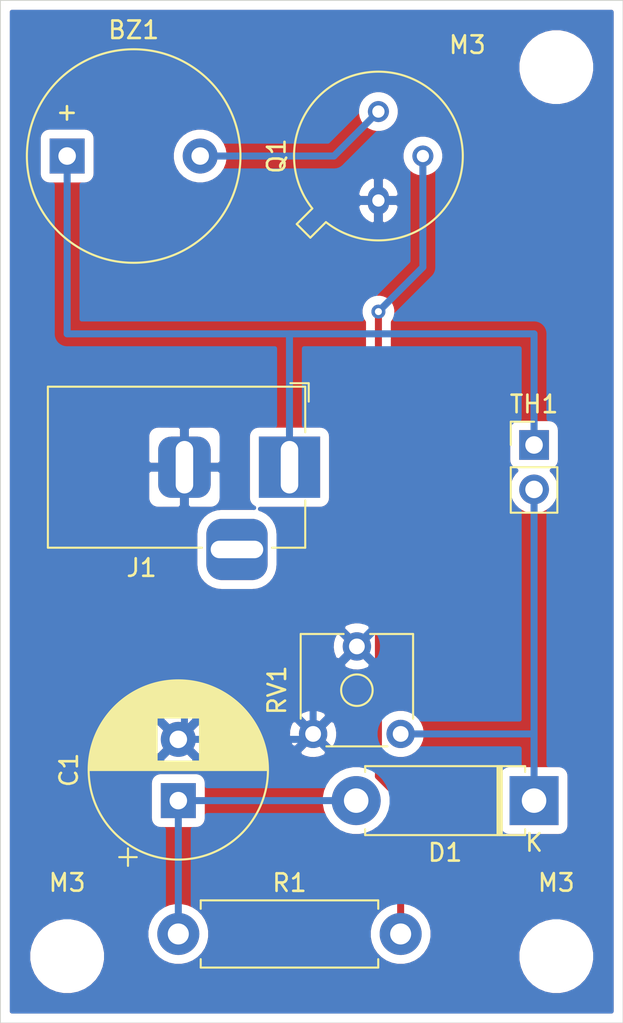
<source format=kicad_pcb>
(kicad_pcb (version 20171130) (host pcbnew "(5.1.9)-1")

  (general
    (thickness 1.6)
    (drawings 4)
    (tracks 27)
    (zones 0)
    (modules 11)
    (nets 8)
  )

  (page A4)
  (layers
    (0 F.Cu signal)
    (31 B.Cu signal)
    (32 B.Adhes user)
    (33 F.Adhes user)
    (34 B.Paste user)
    (35 F.Paste user)
    (36 B.SilkS user)
    (37 F.SilkS user)
    (38 B.Mask user)
    (39 F.Mask user)
    (40 Dwgs.User user)
    (41 Cmts.User user)
    (42 Eco1.User user)
    (43 Eco2.User user)
    (44 Edge.Cuts user)
    (45 Margin user)
    (46 B.CrtYd user)
    (47 F.CrtYd user)
    (48 B.Fab user hide)
    (49 F.Fab user hide)
  )

  (setup
    (last_trace_width 0.25)
    (user_trace_width 0.3)
    (user_trace_width 0.35)
    (user_trace_width 0.4)
    (user_trace_width 0.45)
    (user_trace_width 0.5)
    (trace_clearance 0.2)
    (zone_clearance 0.508)
    (zone_45_only no)
    (trace_min 0.2)
    (via_size 0.8)
    (via_drill 0.4)
    (via_min_size 0.4)
    (via_min_drill 0.3)
    (uvia_size 0.3)
    (uvia_drill 0.1)
    (uvias_allowed no)
    (uvia_min_size 0.2)
    (uvia_min_drill 0.1)
    (edge_width 0.05)
    (segment_width 0.2)
    (pcb_text_width 0.3)
    (pcb_text_size 1.5 1.5)
    (mod_edge_width 0.12)
    (mod_text_size 1 1)
    (mod_text_width 0.15)
    (pad_size 1.524 1.524)
    (pad_drill 0.762)
    (pad_to_mask_clearance 0)
    (aux_axis_origin 0 0)
    (visible_elements 7FFFFFFF)
    (pcbplotparams
      (layerselection 0x010fc_ffffffff)
      (usegerberextensions false)
      (usegerberattributes true)
      (usegerberadvancedattributes true)
      (creategerberjobfile true)
      (excludeedgelayer true)
      (linewidth 0.100000)
      (plotframeref false)
      (viasonmask false)
      (mode 1)
      (useauxorigin false)
      (hpglpennumber 1)
      (hpglpenspeed 20)
      (hpglpendiameter 15.000000)
      (psnegative false)
      (psa4output false)
      (plotreference true)
      (plotvalue true)
      (plotinvisibletext false)
      (padsonsilk false)
      (subtractmaskfromsilk false)
      (outputformat 1)
      (mirror false)
      (drillshape 1)
      (scaleselection 1)
      (outputdirectory ""))
  )

  (net 0 "")
  (net 1 "Net-(BZ1-Pad1)")
  (net 2 "Net-(BZ1-Pad2)")
  (net 3 "Net-(C1-Pad1)")
  (net 4 "Net-(C1-Pad2)")
  (net 5 "Net-(D1-Pad1)")
  (net 6 "Net-(J1-Pad3)")
  (net 7 "Net-(Q1-Pad2)")

  (net_class Default "This is the default net class."
    (clearance 0.2)
    (trace_width 0.25)
    (via_dia 0.8)
    (via_drill 0.4)
    (uvia_dia 0.3)
    (uvia_drill 0.1)
    (add_net "Net-(BZ1-Pad1)")
    (add_net "Net-(BZ1-Pad2)")
    (add_net "Net-(C1-Pad1)")
    (add_net "Net-(C1-Pad2)")
    (add_net "Net-(D1-Pad1)")
    (add_net "Net-(J1-Pad3)")
    (add_net "Net-(Q1-Pad2)")
  )

  (module MountingHole:MountingHole_3.2mm_M3 (layer F.Cu) (tedit 56D1B4CB) (tstamp 602B0F63)
    (at 154.94 87.63)
    (descr "Mounting Hole 3.2mm, no annular, M3")
    (tags "mounting hole 3.2mm no annular m3")
    (attr virtual)
    (fp_text reference M3 (at 0 -4.2) (layer F.SilkS)
      (effects (font (size 1 1) (thickness 0.15)))
    )
    (fp_text value MountingHole_3.2mm_M3 (at 0 4.2) (layer F.Fab)
      (effects (font (size 1 1) (thickness 0.15)))
    )
    (fp_circle (center 0 0) (end 3.45 0) (layer F.CrtYd) (width 0.05))
    (fp_circle (center 0 0) (end 3.2 0) (layer Cmts.User) (width 0.15))
    (fp_text user %R (at 0.3 0) (layer F.Fab)
      (effects (font (size 1 1) (thickness 0.15)))
    )
    (pad 1 np_thru_hole circle (at 0 0) (size 3.2 3.2) (drill 3.2) (layers *.Cu *.Mask))
  )

  (module MountingHole:MountingHole_3.2mm_M3 (layer F.Cu) (tedit 56D1B4CB) (tstamp 602B0F38)
    (at 127 87.63)
    (descr "Mounting Hole 3.2mm, no annular, M3")
    (tags "mounting hole 3.2mm no annular m3")
    (attr virtual)
    (fp_text reference M3 (at 0 -4.2) (layer F.SilkS)
      (effects (font (size 1 1) (thickness 0.15)))
    )
    (fp_text value MountingHole_3.2mm_M3 (at 0 4.2) (layer F.Fab)
      (effects (font (size 1 1) (thickness 0.15)))
    )
    (fp_circle (center 0 0) (end 3.45 0) (layer F.CrtYd) (width 0.05))
    (fp_circle (center 0 0) (end 3.2 0) (layer Cmts.User) (width 0.15))
    (fp_text user %R (at 0.3 0) (layer F.Fab)
      (effects (font (size 1 1) (thickness 0.15)))
    )
    (pad 1 np_thru_hole circle (at 0 0) (size 3.2 3.2) (drill 3.2) (layers *.Cu *.Mask))
  )

  (module MountingHole:MountingHole_3.2mm_M3 (layer F.Cu) (tedit 56D1B4CB) (tstamp 602B0F0D)
    (at 154.94 36.83)
    (descr "Mounting Hole 3.2mm, no annular, M3")
    (tags "mounting hole 3.2mm no annular m3")
    (attr virtual)
    (fp_text reference M3 (at -5.08 -1.27) (layer F.SilkS)
      (effects (font (size 1 1) (thickness 0.15)))
    )
    (fp_text value MountingHole_3.2mm_M3 (at 0 4.2) (layer F.Fab)
      (effects (font (size 1 1) (thickness 0.15)))
    )
    (fp_circle (center 0 0) (end 3.45 0) (layer F.CrtYd) (width 0.05))
    (fp_circle (center 0 0) (end 3.2 0) (layer Cmts.User) (width 0.15))
    (fp_text user %R (at 0.3 0) (layer F.Fab)
      (effects (font (size 1 1) (thickness 0.15)))
    )
    (pad 1 np_thru_hole circle (at 0 0) (size 3.2 3.2) (drill 3.2) (layers *.Cu *.Mask))
  )

  (module Buzzer_Beeper:Buzzer_12x9.5RM7.6 (layer F.Cu) (tedit 5A030281) (tstamp 602AF899)
    (at 127 41.91)
    (descr "Generic Buzzer, D12mm height 9.5mm with RM7.6mm")
    (tags buzzer)
    (path /602A1309)
    (fp_text reference BZ1 (at 3.8 -7.2) (layer F.SilkS)
      (effects (font (size 1 1) (thickness 0.15)))
    )
    (fp_text value Buzzer (at 3.8 7.4) (layer F.Fab)
      (effects (font (size 1 1) (thickness 0.15)))
    )
    (fp_circle (center 3.8 0) (end 10.05 0) (layer F.CrtYd) (width 0.05))
    (fp_circle (center 3.8 0) (end 9.8 0) (layer F.Fab) (width 0.1))
    (fp_circle (center 3.8 0) (end 4.8 0) (layer F.Fab) (width 0.1))
    (fp_circle (center 3.8 0) (end 9.9 0) (layer F.SilkS) (width 0.12))
    (fp_text user + (at -0.01 -2.54) (layer F.Fab)
      (effects (font (size 1 1) (thickness 0.15)))
    )
    (fp_text user + (at -0.01 -2.54) (layer F.SilkS)
      (effects (font (size 1 1) (thickness 0.15)))
    )
    (fp_text user %R (at 3.8 -4) (layer F.Fab)
      (effects (font (size 1 1) (thickness 0.15)))
    )
    (pad 1 thru_hole rect (at 0 0) (size 2 2) (drill 1) (layers *.Cu *.Mask)
      (net 1 "Net-(BZ1-Pad1)"))
    (pad 2 thru_hole circle (at 7.6 0) (size 2 2) (drill 1) (layers *.Cu *.Mask)
      (net 2 "Net-(BZ1-Pad2)"))
    (model ${KISYS3DMOD}/Buzzer_Beeper.3dshapes/Buzzer_12x9.5RM7.6.wrl
      (at (xyz 0 0 0))
      (scale (xyz 1 1 1))
      (rotate (xyz 0 0 0))
    )
  )

  (module Capacitor_THT:CP_Radial_D10.0mm_P3.50mm (layer F.Cu) (tedit 5AE50EF0) (tstamp 602AF965)
    (at 133.35 78.74 90)
    (descr "CP, Radial series, Radial, pin pitch=3.50mm, , diameter=10mm, Electrolytic Capacitor")
    (tags "CP Radial series Radial pin pitch 3.50mm  diameter 10mm Electrolytic Capacitor")
    (path /602A0A52)
    (fp_text reference C1 (at 1.75 -6.25 90) (layer F.SilkS)
      (effects (font (size 1 1) (thickness 0.15)))
    )
    (fp_text value 10uF (at 1.75 6.25 90) (layer F.Fab)
      (effects (font (size 1 1) (thickness 0.15)))
    )
    (fp_circle (center 1.75 0) (end 6.75 0) (layer F.Fab) (width 0.1))
    (fp_circle (center 1.75 0) (end 6.87 0) (layer F.SilkS) (width 0.12))
    (fp_circle (center 1.75 0) (end 7 0) (layer F.CrtYd) (width 0.05))
    (fp_line (start -2.538861 -2.1875) (end -1.538861 -2.1875) (layer F.Fab) (width 0.1))
    (fp_line (start -2.038861 -2.6875) (end -2.038861 -1.6875) (layer F.Fab) (width 0.1))
    (fp_line (start 1.75 -5.08) (end 1.75 5.08) (layer F.SilkS) (width 0.12))
    (fp_line (start 1.79 -5.08) (end 1.79 5.08) (layer F.SilkS) (width 0.12))
    (fp_line (start 1.83 -5.08) (end 1.83 5.08) (layer F.SilkS) (width 0.12))
    (fp_line (start 1.87 -5.079) (end 1.87 5.079) (layer F.SilkS) (width 0.12))
    (fp_line (start 1.91 -5.078) (end 1.91 5.078) (layer F.SilkS) (width 0.12))
    (fp_line (start 1.95 -5.077) (end 1.95 5.077) (layer F.SilkS) (width 0.12))
    (fp_line (start 1.99 -5.075) (end 1.99 5.075) (layer F.SilkS) (width 0.12))
    (fp_line (start 2.03 -5.073) (end 2.03 5.073) (layer F.SilkS) (width 0.12))
    (fp_line (start 2.07 -5.07) (end 2.07 5.07) (layer F.SilkS) (width 0.12))
    (fp_line (start 2.11 -5.068) (end 2.11 5.068) (layer F.SilkS) (width 0.12))
    (fp_line (start 2.15 -5.065) (end 2.15 5.065) (layer F.SilkS) (width 0.12))
    (fp_line (start 2.19 -5.062) (end 2.19 5.062) (layer F.SilkS) (width 0.12))
    (fp_line (start 2.23 -5.058) (end 2.23 5.058) (layer F.SilkS) (width 0.12))
    (fp_line (start 2.27 -5.054) (end 2.27 -1.241) (layer F.SilkS) (width 0.12))
    (fp_line (start 2.27 1.241) (end 2.27 5.054) (layer F.SilkS) (width 0.12))
    (fp_line (start 2.31 -5.05) (end 2.31 -1.241) (layer F.SilkS) (width 0.12))
    (fp_line (start 2.31 1.241) (end 2.31 5.05) (layer F.SilkS) (width 0.12))
    (fp_line (start 2.35 -5.045) (end 2.35 -1.241) (layer F.SilkS) (width 0.12))
    (fp_line (start 2.35 1.241) (end 2.35 5.045) (layer F.SilkS) (width 0.12))
    (fp_line (start 2.39 -5.04) (end 2.39 -1.241) (layer F.SilkS) (width 0.12))
    (fp_line (start 2.39 1.241) (end 2.39 5.04) (layer F.SilkS) (width 0.12))
    (fp_line (start 2.43 -5.035) (end 2.43 -1.241) (layer F.SilkS) (width 0.12))
    (fp_line (start 2.43 1.241) (end 2.43 5.035) (layer F.SilkS) (width 0.12))
    (fp_line (start 2.471 -5.03) (end 2.471 -1.241) (layer F.SilkS) (width 0.12))
    (fp_line (start 2.471 1.241) (end 2.471 5.03) (layer F.SilkS) (width 0.12))
    (fp_line (start 2.511 -5.024) (end 2.511 -1.241) (layer F.SilkS) (width 0.12))
    (fp_line (start 2.511 1.241) (end 2.511 5.024) (layer F.SilkS) (width 0.12))
    (fp_line (start 2.551 -5.018) (end 2.551 -1.241) (layer F.SilkS) (width 0.12))
    (fp_line (start 2.551 1.241) (end 2.551 5.018) (layer F.SilkS) (width 0.12))
    (fp_line (start 2.591 -5.011) (end 2.591 -1.241) (layer F.SilkS) (width 0.12))
    (fp_line (start 2.591 1.241) (end 2.591 5.011) (layer F.SilkS) (width 0.12))
    (fp_line (start 2.631 -5.004) (end 2.631 -1.241) (layer F.SilkS) (width 0.12))
    (fp_line (start 2.631 1.241) (end 2.631 5.004) (layer F.SilkS) (width 0.12))
    (fp_line (start 2.671 -4.997) (end 2.671 -1.241) (layer F.SilkS) (width 0.12))
    (fp_line (start 2.671 1.241) (end 2.671 4.997) (layer F.SilkS) (width 0.12))
    (fp_line (start 2.711 -4.99) (end 2.711 -1.241) (layer F.SilkS) (width 0.12))
    (fp_line (start 2.711 1.241) (end 2.711 4.99) (layer F.SilkS) (width 0.12))
    (fp_line (start 2.751 -4.982) (end 2.751 -1.241) (layer F.SilkS) (width 0.12))
    (fp_line (start 2.751 1.241) (end 2.751 4.982) (layer F.SilkS) (width 0.12))
    (fp_line (start 2.791 -4.974) (end 2.791 -1.241) (layer F.SilkS) (width 0.12))
    (fp_line (start 2.791 1.241) (end 2.791 4.974) (layer F.SilkS) (width 0.12))
    (fp_line (start 2.831 -4.965) (end 2.831 -1.241) (layer F.SilkS) (width 0.12))
    (fp_line (start 2.831 1.241) (end 2.831 4.965) (layer F.SilkS) (width 0.12))
    (fp_line (start 2.871 -4.956) (end 2.871 -1.241) (layer F.SilkS) (width 0.12))
    (fp_line (start 2.871 1.241) (end 2.871 4.956) (layer F.SilkS) (width 0.12))
    (fp_line (start 2.911 -4.947) (end 2.911 -1.241) (layer F.SilkS) (width 0.12))
    (fp_line (start 2.911 1.241) (end 2.911 4.947) (layer F.SilkS) (width 0.12))
    (fp_line (start 2.951 -4.938) (end 2.951 -1.241) (layer F.SilkS) (width 0.12))
    (fp_line (start 2.951 1.241) (end 2.951 4.938) (layer F.SilkS) (width 0.12))
    (fp_line (start 2.991 -4.928) (end 2.991 -1.241) (layer F.SilkS) (width 0.12))
    (fp_line (start 2.991 1.241) (end 2.991 4.928) (layer F.SilkS) (width 0.12))
    (fp_line (start 3.031 -4.918) (end 3.031 -1.241) (layer F.SilkS) (width 0.12))
    (fp_line (start 3.031 1.241) (end 3.031 4.918) (layer F.SilkS) (width 0.12))
    (fp_line (start 3.071 -4.907) (end 3.071 -1.241) (layer F.SilkS) (width 0.12))
    (fp_line (start 3.071 1.241) (end 3.071 4.907) (layer F.SilkS) (width 0.12))
    (fp_line (start 3.111 -4.897) (end 3.111 -1.241) (layer F.SilkS) (width 0.12))
    (fp_line (start 3.111 1.241) (end 3.111 4.897) (layer F.SilkS) (width 0.12))
    (fp_line (start 3.151 -4.885) (end 3.151 -1.241) (layer F.SilkS) (width 0.12))
    (fp_line (start 3.151 1.241) (end 3.151 4.885) (layer F.SilkS) (width 0.12))
    (fp_line (start 3.191 -4.874) (end 3.191 -1.241) (layer F.SilkS) (width 0.12))
    (fp_line (start 3.191 1.241) (end 3.191 4.874) (layer F.SilkS) (width 0.12))
    (fp_line (start 3.231 -4.862) (end 3.231 -1.241) (layer F.SilkS) (width 0.12))
    (fp_line (start 3.231 1.241) (end 3.231 4.862) (layer F.SilkS) (width 0.12))
    (fp_line (start 3.271 -4.85) (end 3.271 -1.241) (layer F.SilkS) (width 0.12))
    (fp_line (start 3.271 1.241) (end 3.271 4.85) (layer F.SilkS) (width 0.12))
    (fp_line (start 3.311 -4.837) (end 3.311 -1.241) (layer F.SilkS) (width 0.12))
    (fp_line (start 3.311 1.241) (end 3.311 4.837) (layer F.SilkS) (width 0.12))
    (fp_line (start 3.351 -4.824) (end 3.351 -1.241) (layer F.SilkS) (width 0.12))
    (fp_line (start 3.351 1.241) (end 3.351 4.824) (layer F.SilkS) (width 0.12))
    (fp_line (start 3.391 -4.811) (end 3.391 -1.241) (layer F.SilkS) (width 0.12))
    (fp_line (start 3.391 1.241) (end 3.391 4.811) (layer F.SilkS) (width 0.12))
    (fp_line (start 3.431 -4.797) (end 3.431 -1.241) (layer F.SilkS) (width 0.12))
    (fp_line (start 3.431 1.241) (end 3.431 4.797) (layer F.SilkS) (width 0.12))
    (fp_line (start 3.471 -4.783) (end 3.471 -1.241) (layer F.SilkS) (width 0.12))
    (fp_line (start 3.471 1.241) (end 3.471 4.783) (layer F.SilkS) (width 0.12))
    (fp_line (start 3.511 -4.768) (end 3.511 -1.241) (layer F.SilkS) (width 0.12))
    (fp_line (start 3.511 1.241) (end 3.511 4.768) (layer F.SilkS) (width 0.12))
    (fp_line (start 3.551 -4.754) (end 3.551 -1.241) (layer F.SilkS) (width 0.12))
    (fp_line (start 3.551 1.241) (end 3.551 4.754) (layer F.SilkS) (width 0.12))
    (fp_line (start 3.591 -4.738) (end 3.591 -1.241) (layer F.SilkS) (width 0.12))
    (fp_line (start 3.591 1.241) (end 3.591 4.738) (layer F.SilkS) (width 0.12))
    (fp_line (start 3.631 -4.723) (end 3.631 -1.241) (layer F.SilkS) (width 0.12))
    (fp_line (start 3.631 1.241) (end 3.631 4.723) (layer F.SilkS) (width 0.12))
    (fp_line (start 3.671 -4.707) (end 3.671 -1.241) (layer F.SilkS) (width 0.12))
    (fp_line (start 3.671 1.241) (end 3.671 4.707) (layer F.SilkS) (width 0.12))
    (fp_line (start 3.711 -4.69) (end 3.711 -1.241) (layer F.SilkS) (width 0.12))
    (fp_line (start 3.711 1.241) (end 3.711 4.69) (layer F.SilkS) (width 0.12))
    (fp_line (start 3.751 -4.674) (end 3.751 -1.241) (layer F.SilkS) (width 0.12))
    (fp_line (start 3.751 1.241) (end 3.751 4.674) (layer F.SilkS) (width 0.12))
    (fp_line (start 3.791 -4.657) (end 3.791 -1.241) (layer F.SilkS) (width 0.12))
    (fp_line (start 3.791 1.241) (end 3.791 4.657) (layer F.SilkS) (width 0.12))
    (fp_line (start 3.831 -4.639) (end 3.831 -1.241) (layer F.SilkS) (width 0.12))
    (fp_line (start 3.831 1.241) (end 3.831 4.639) (layer F.SilkS) (width 0.12))
    (fp_line (start 3.871 -4.621) (end 3.871 -1.241) (layer F.SilkS) (width 0.12))
    (fp_line (start 3.871 1.241) (end 3.871 4.621) (layer F.SilkS) (width 0.12))
    (fp_line (start 3.911 -4.603) (end 3.911 -1.241) (layer F.SilkS) (width 0.12))
    (fp_line (start 3.911 1.241) (end 3.911 4.603) (layer F.SilkS) (width 0.12))
    (fp_line (start 3.951 -4.584) (end 3.951 -1.241) (layer F.SilkS) (width 0.12))
    (fp_line (start 3.951 1.241) (end 3.951 4.584) (layer F.SilkS) (width 0.12))
    (fp_line (start 3.991 -4.564) (end 3.991 -1.241) (layer F.SilkS) (width 0.12))
    (fp_line (start 3.991 1.241) (end 3.991 4.564) (layer F.SilkS) (width 0.12))
    (fp_line (start 4.031 -4.545) (end 4.031 -1.241) (layer F.SilkS) (width 0.12))
    (fp_line (start 4.031 1.241) (end 4.031 4.545) (layer F.SilkS) (width 0.12))
    (fp_line (start 4.071 -4.525) (end 4.071 -1.241) (layer F.SilkS) (width 0.12))
    (fp_line (start 4.071 1.241) (end 4.071 4.525) (layer F.SilkS) (width 0.12))
    (fp_line (start 4.111 -4.504) (end 4.111 -1.241) (layer F.SilkS) (width 0.12))
    (fp_line (start 4.111 1.241) (end 4.111 4.504) (layer F.SilkS) (width 0.12))
    (fp_line (start 4.151 -4.483) (end 4.151 -1.241) (layer F.SilkS) (width 0.12))
    (fp_line (start 4.151 1.241) (end 4.151 4.483) (layer F.SilkS) (width 0.12))
    (fp_line (start 4.191 -4.462) (end 4.191 -1.241) (layer F.SilkS) (width 0.12))
    (fp_line (start 4.191 1.241) (end 4.191 4.462) (layer F.SilkS) (width 0.12))
    (fp_line (start 4.231 -4.44) (end 4.231 -1.241) (layer F.SilkS) (width 0.12))
    (fp_line (start 4.231 1.241) (end 4.231 4.44) (layer F.SilkS) (width 0.12))
    (fp_line (start 4.271 -4.417) (end 4.271 -1.241) (layer F.SilkS) (width 0.12))
    (fp_line (start 4.271 1.241) (end 4.271 4.417) (layer F.SilkS) (width 0.12))
    (fp_line (start 4.311 -4.395) (end 4.311 -1.241) (layer F.SilkS) (width 0.12))
    (fp_line (start 4.311 1.241) (end 4.311 4.395) (layer F.SilkS) (width 0.12))
    (fp_line (start 4.351 -4.371) (end 4.351 -1.241) (layer F.SilkS) (width 0.12))
    (fp_line (start 4.351 1.241) (end 4.351 4.371) (layer F.SilkS) (width 0.12))
    (fp_line (start 4.391 -4.347) (end 4.391 -1.241) (layer F.SilkS) (width 0.12))
    (fp_line (start 4.391 1.241) (end 4.391 4.347) (layer F.SilkS) (width 0.12))
    (fp_line (start 4.431 -4.323) (end 4.431 -1.241) (layer F.SilkS) (width 0.12))
    (fp_line (start 4.431 1.241) (end 4.431 4.323) (layer F.SilkS) (width 0.12))
    (fp_line (start 4.471 -4.298) (end 4.471 -1.241) (layer F.SilkS) (width 0.12))
    (fp_line (start 4.471 1.241) (end 4.471 4.298) (layer F.SilkS) (width 0.12))
    (fp_line (start 4.511 -4.273) (end 4.511 -1.241) (layer F.SilkS) (width 0.12))
    (fp_line (start 4.511 1.241) (end 4.511 4.273) (layer F.SilkS) (width 0.12))
    (fp_line (start 4.551 -4.247) (end 4.551 -1.241) (layer F.SilkS) (width 0.12))
    (fp_line (start 4.551 1.241) (end 4.551 4.247) (layer F.SilkS) (width 0.12))
    (fp_line (start 4.591 -4.221) (end 4.591 -1.241) (layer F.SilkS) (width 0.12))
    (fp_line (start 4.591 1.241) (end 4.591 4.221) (layer F.SilkS) (width 0.12))
    (fp_line (start 4.631 -4.194) (end 4.631 -1.241) (layer F.SilkS) (width 0.12))
    (fp_line (start 4.631 1.241) (end 4.631 4.194) (layer F.SilkS) (width 0.12))
    (fp_line (start 4.671 -4.166) (end 4.671 -1.241) (layer F.SilkS) (width 0.12))
    (fp_line (start 4.671 1.241) (end 4.671 4.166) (layer F.SilkS) (width 0.12))
    (fp_line (start 4.711 -4.138) (end 4.711 -1.241) (layer F.SilkS) (width 0.12))
    (fp_line (start 4.711 1.241) (end 4.711 4.138) (layer F.SilkS) (width 0.12))
    (fp_line (start 4.751 -4.11) (end 4.751 4.11) (layer F.SilkS) (width 0.12))
    (fp_line (start 4.791 -4.08) (end 4.791 4.08) (layer F.SilkS) (width 0.12))
    (fp_line (start 4.831 -4.05) (end 4.831 4.05) (layer F.SilkS) (width 0.12))
    (fp_line (start 4.871 -4.02) (end 4.871 4.02) (layer F.SilkS) (width 0.12))
    (fp_line (start 4.911 -3.989) (end 4.911 3.989) (layer F.SilkS) (width 0.12))
    (fp_line (start 4.951 -3.957) (end 4.951 3.957) (layer F.SilkS) (width 0.12))
    (fp_line (start 4.991 -3.925) (end 4.991 3.925) (layer F.SilkS) (width 0.12))
    (fp_line (start 5.031 -3.892) (end 5.031 3.892) (layer F.SilkS) (width 0.12))
    (fp_line (start 5.071 -3.858) (end 5.071 3.858) (layer F.SilkS) (width 0.12))
    (fp_line (start 5.111 -3.824) (end 5.111 3.824) (layer F.SilkS) (width 0.12))
    (fp_line (start 5.151 -3.789) (end 5.151 3.789) (layer F.SilkS) (width 0.12))
    (fp_line (start 5.191 -3.753) (end 5.191 3.753) (layer F.SilkS) (width 0.12))
    (fp_line (start 5.231 -3.716) (end 5.231 3.716) (layer F.SilkS) (width 0.12))
    (fp_line (start 5.271 -3.679) (end 5.271 3.679) (layer F.SilkS) (width 0.12))
    (fp_line (start 5.311 -3.64) (end 5.311 3.64) (layer F.SilkS) (width 0.12))
    (fp_line (start 5.351 -3.601) (end 5.351 3.601) (layer F.SilkS) (width 0.12))
    (fp_line (start 5.391 -3.561) (end 5.391 3.561) (layer F.SilkS) (width 0.12))
    (fp_line (start 5.431 -3.52) (end 5.431 3.52) (layer F.SilkS) (width 0.12))
    (fp_line (start 5.471 -3.478) (end 5.471 3.478) (layer F.SilkS) (width 0.12))
    (fp_line (start 5.511 -3.436) (end 5.511 3.436) (layer F.SilkS) (width 0.12))
    (fp_line (start 5.551 -3.392) (end 5.551 3.392) (layer F.SilkS) (width 0.12))
    (fp_line (start 5.591 -3.347) (end 5.591 3.347) (layer F.SilkS) (width 0.12))
    (fp_line (start 5.631 -3.301) (end 5.631 3.301) (layer F.SilkS) (width 0.12))
    (fp_line (start 5.671 -3.254) (end 5.671 3.254) (layer F.SilkS) (width 0.12))
    (fp_line (start 5.711 -3.206) (end 5.711 3.206) (layer F.SilkS) (width 0.12))
    (fp_line (start 5.751 -3.156) (end 5.751 3.156) (layer F.SilkS) (width 0.12))
    (fp_line (start 5.791 -3.106) (end 5.791 3.106) (layer F.SilkS) (width 0.12))
    (fp_line (start 5.831 -3.054) (end 5.831 3.054) (layer F.SilkS) (width 0.12))
    (fp_line (start 5.871 -3) (end 5.871 3) (layer F.SilkS) (width 0.12))
    (fp_line (start 5.911 -2.945) (end 5.911 2.945) (layer F.SilkS) (width 0.12))
    (fp_line (start 5.951 -2.889) (end 5.951 2.889) (layer F.SilkS) (width 0.12))
    (fp_line (start 5.991 -2.83) (end 5.991 2.83) (layer F.SilkS) (width 0.12))
    (fp_line (start 6.031 -2.77) (end 6.031 2.77) (layer F.SilkS) (width 0.12))
    (fp_line (start 6.071 -2.709) (end 6.071 2.709) (layer F.SilkS) (width 0.12))
    (fp_line (start 6.111 -2.645) (end 6.111 2.645) (layer F.SilkS) (width 0.12))
    (fp_line (start 6.151 -2.579) (end 6.151 2.579) (layer F.SilkS) (width 0.12))
    (fp_line (start 6.191 -2.51) (end 6.191 2.51) (layer F.SilkS) (width 0.12))
    (fp_line (start 6.231 -2.439) (end 6.231 2.439) (layer F.SilkS) (width 0.12))
    (fp_line (start 6.271 -2.365) (end 6.271 2.365) (layer F.SilkS) (width 0.12))
    (fp_line (start 6.311 -2.289) (end 6.311 2.289) (layer F.SilkS) (width 0.12))
    (fp_line (start 6.351 -2.209) (end 6.351 2.209) (layer F.SilkS) (width 0.12))
    (fp_line (start 6.391 -2.125) (end 6.391 2.125) (layer F.SilkS) (width 0.12))
    (fp_line (start 6.431 -2.037) (end 6.431 2.037) (layer F.SilkS) (width 0.12))
    (fp_line (start 6.471 -1.944) (end 6.471 1.944) (layer F.SilkS) (width 0.12))
    (fp_line (start 6.511 -1.846) (end 6.511 1.846) (layer F.SilkS) (width 0.12))
    (fp_line (start 6.551 -1.742) (end 6.551 1.742) (layer F.SilkS) (width 0.12))
    (fp_line (start 6.591 -1.63) (end 6.591 1.63) (layer F.SilkS) (width 0.12))
    (fp_line (start 6.631 -1.51) (end 6.631 1.51) (layer F.SilkS) (width 0.12))
    (fp_line (start 6.671 -1.378) (end 6.671 1.378) (layer F.SilkS) (width 0.12))
    (fp_line (start 6.711 -1.23) (end 6.711 1.23) (layer F.SilkS) (width 0.12))
    (fp_line (start 6.751 -1.062) (end 6.751 1.062) (layer F.SilkS) (width 0.12))
    (fp_line (start 6.791 -0.862) (end 6.791 0.862) (layer F.SilkS) (width 0.12))
    (fp_line (start 6.831 -0.599) (end 6.831 0.599) (layer F.SilkS) (width 0.12))
    (fp_line (start -3.729646 -2.875) (end -2.729646 -2.875) (layer F.SilkS) (width 0.12))
    (fp_line (start -3.229646 -3.375) (end -3.229646 -2.375) (layer F.SilkS) (width 0.12))
    (fp_text user %R (at 1.75 0 90) (layer F.Fab)
      (effects (font (size 1 1) (thickness 0.15)))
    )
    (pad 1 thru_hole rect (at 0 0 90) (size 2 2) (drill 1) (layers *.Cu *.Mask)
      (net 3 "Net-(C1-Pad1)"))
    (pad 2 thru_hole circle (at 3.5 0 90) (size 2 2) (drill 1) (layers *.Cu *.Mask)
      (net 4 "Net-(C1-Pad2)"))
    (model ${KISYS3DMOD}/Capacitor_THT.3dshapes/CP_Radial_D10.0mm_P3.50mm.wrl
      (at (xyz 0 0 0))
      (scale (xyz 1 1 1))
      (rotate (xyz 0 0 0))
    )
  )

  (module Diode_THT:D_5W_P10.16mm_Horizontal (layer F.Cu) (tedit 5AE50CD5) (tstamp 602AF984)
    (at 153.67 78.74 180)
    (descr "Diode, 5W series, Axial, Horizontal, pin pitch=10.16mm, , length*diameter=8.9*3.7mm^2, , http://www.diodes.com/_files/packages/8686949.gif")
    (tags "Diode 5W series Axial Horizontal pin pitch 10.16mm  length 8.9mm diameter 3.7mm")
    (path /6029F373)
    (fp_text reference D1 (at 5.08 -2.97) (layer F.SilkS)
      (effects (font (size 1 1) (thickness 0.15)))
    )
    (fp_text value 1N4007 (at 5.08 2.97) (layer F.Fab)
      (effects (font (size 1 1) (thickness 0.15)))
    )
    (fp_line (start 0.63 -1.85) (end 0.63 1.85) (layer F.Fab) (width 0.1))
    (fp_line (start 0.63 1.85) (end 9.53 1.85) (layer F.Fab) (width 0.1))
    (fp_line (start 9.53 1.85) (end 9.53 -1.85) (layer F.Fab) (width 0.1))
    (fp_line (start 9.53 -1.85) (end 0.63 -1.85) (layer F.Fab) (width 0.1))
    (fp_line (start 0 0) (end 0.63 0) (layer F.Fab) (width 0.1))
    (fp_line (start 10.16 0) (end 9.53 0) (layer F.Fab) (width 0.1))
    (fp_line (start 1.965 -1.85) (end 1.965 1.85) (layer F.Fab) (width 0.1))
    (fp_line (start 2.065 -1.85) (end 2.065 1.85) (layer F.Fab) (width 0.1))
    (fp_line (start 1.865 -1.85) (end 1.865 1.85) (layer F.Fab) (width 0.1))
    (fp_line (start 0.51 -1.64) (end 0.51 -1.97) (layer F.SilkS) (width 0.12))
    (fp_line (start 0.51 -1.97) (end 9.65 -1.97) (layer F.SilkS) (width 0.12))
    (fp_line (start 9.65 -1.97) (end 9.65 -1.64) (layer F.SilkS) (width 0.12))
    (fp_line (start 0.51 1.64) (end 0.51 1.97) (layer F.SilkS) (width 0.12))
    (fp_line (start 0.51 1.97) (end 9.65 1.97) (layer F.SilkS) (width 0.12))
    (fp_line (start 9.65 1.97) (end 9.65 1.64) (layer F.SilkS) (width 0.12))
    (fp_line (start 1.965 -1.97) (end 1.965 1.97) (layer F.SilkS) (width 0.12))
    (fp_line (start 2.085 -1.97) (end 2.085 1.97) (layer F.SilkS) (width 0.12))
    (fp_line (start 1.845 -1.97) (end 1.845 1.97) (layer F.SilkS) (width 0.12))
    (fp_line (start -1.65 -2.1) (end -1.65 2.1) (layer F.CrtYd) (width 0.05))
    (fp_line (start -1.65 2.1) (end 11.81 2.1) (layer F.CrtYd) (width 0.05))
    (fp_line (start 11.81 2.1) (end 11.81 -2.1) (layer F.CrtYd) (width 0.05))
    (fp_line (start 11.81 -2.1) (end -1.65 -2.1) (layer F.CrtYd) (width 0.05))
    (fp_text user %R (at 5.7475 0) (layer F.Fab)
      (effects (font (size 1 1) (thickness 0.15)))
    )
    (fp_text user K (at 0 -2.4) (layer F.Fab)
      (effects (font (size 1 1) (thickness 0.15)))
    )
    (fp_text user K (at 0 -2.4) (layer F.SilkS)
      (effects (font (size 1 1) (thickness 0.15)))
    )
    (pad 1 thru_hole rect (at 0 0 180) (size 2.8 2.8) (drill 1.4) (layers *.Cu *.Mask)
      (net 5 "Net-(D1-Pad1)"))
    (pad 2 thru_hole oval (at 10.16 0 180) (size 2.8 2.8) (drill 1.4) (layers *.Cu *.Mask)
      (net 3 "Net-(C1-Pad1)"))
    (model ${KISYS3DMOD}/Diode_THT.3dshapes/D_5W_P10.16mm_Horizontal.wrl
      (at (xyz 0 0 0))
      (scale (xyz 1 1 1))
      (rotate (xyz 0 0 0))
    )
  )

  (module Connector_BarrelJack:BarrelJack_Horizontal (layer F.Cu) (tedit 5A1DBF6A) (tstamp 602AF9A7)
    (at 139.7 59.69)
    (descr "DC Barrel Jack")
    (tags "Power Jack")
    (path /602A27C1)
    (fp_text reference J1 (at -8.45 5.75) (layer F.SilkS)
      (effects (font (size 1 1) (thickness 0.15)))
    )
    (fp_text value DC (at -6.2 -5.5) (layer F.Fab)
      (effects (font (size 1 1) (thickness 0.15)))
    )
    (fp_line (start -0.003213 -4.505425) (end 0.8 -3.75) (layer F.Fab) (width 0.1))
    (fp_line (start 1.1 -3.75) (end 1.1 -4.8) (layer F.SilkS) (width 0.12))
    (fp_line (start 0.05 -4.8) (end 1.1 -4.8) (layer F.SilkS) (width 0.12))
    (fp_line (start 1 -4.5) (end 1 -4.75) (layer F.CrtYd) (width 0.05))
    (fp_line (start 1 -4.75) (end -14 -4.75) (layer F.CrtYd) (width 0.05))
    (fp_line (start 1 -4.5) (end 1 -2) (layer F.CrtYd) (width 0.05))
    (fp_line (start 1 -2) (end 2 -2) (layer F.CrtYd) (width 0.05))
    (fp_line (start 2 -2) (end 2 2) (layer F.CrtYd) (width 0.05))
    (fp_line (start 2 2) (end 1 2) (layer F.CrtYd) (width 0.05))
    (fp_line (start 1 2) (end 1 4.75) (layer F.CrtYd) (width 0.05))
    (fp_line (start 1 4.75) (end -1 4.75) (layer F.CrtYd) (width 0.05))
    (fp_line (start -1 4.75) (end -1 6.75) (layer F.CrtYd) (width 0.05))
    (fp_line (start -1 6.75) (end -5 6.75) (layer F.CrtYd) (width 0.05))
    (fp_line (start -5 6.75) (end -5 4.75) (layer F.CrtYd) (width 0.05))
    (fp_line (start -5 4.75) (end -14 4.75) (layer F.CrtYd) (width 0.05))
    (fp_line (start -14 4.75) (end -14 -4.75) (layer F.CrtYd) (width 0.05))
    (fp_line (start -5 4.6) (end -13.8 4.6) (layer F.SilkS) (width 0.12))
    (fp_line (start -13.8 4.6) (end -13.8 -4.6) (layer F.SilkS) (width 0.12))
    (fp_line (start 0.9 1.9) (end 0.9 4.6) (layer F.SilkS) (width 0.12))
    (fp_line (start 0.9 4.6) (end -1 4.6) (layer F.SilkS) (width 0.12))
    (fp_line (start -13.8 -4.6) (end 0.9 -4.6) (layer F.SilkS) (width 0.12))
    (fp_line (start 0.9 -4.6) (end 0.9 -2) (layer F.SilkS) (width 0.12))
    (fp_line (start -10.2 -4.5) (end -10.2 4.5) (layer F.Fab) (width 0.1))
    (fp_line (start -13.7 -4.5) (end -13.7 4.5) (layer F.Fab) (width 0.1))
    (fp_line (start -13.7 4.5) (end 0.8 4.5) (layer F.Fab) (width 0.1))
    (fp_line (start 0.8 4.5) (end 0.8 -3.75) (layer F.Fab) (width 0.1))
    (fp_line (start 0 -4.5) (end -13.7 -4.5) (layer F.Fab) (width 0.1))
    (fp_text user %R (at -3 -2.95) (layer F.Fab)
      (effects (font (size 1 1) (thickness 0.15)))
    )
    (pad 1 thru_hole rect (at 0 0) (size 3.5 3.5) (drill oval 1 3) (layers *.Cu *.Mask)
      (net 1 "Net-(BZ1-Pad1)"))
    (pad 2 thru_hole roundrect (at -6 0) (size 3 3.5) (drill oval 1 3) (layers *.Cu *.Mask) (roundrect_rratio 0.25)
      (net 4 "Net-(C1-Pad2)"))
    (pad 3 thru_hole roundrect (at -3 4.7) (size 3.5 3.5) (drill oval 3 1) (layers *.Cu *.Mask) (roundrect_rratio 0.25)
      (net 6 "Net-(J1-Pad3)"))
    (model ${KISYS3DMOD}/Connector_BarrelJack.3dshapes/BarrelJack_Horizontal.wrl
      (at (xyz 0 0 0))
      (scale (xyz 1 1 1))
      (rotate (xyz 0 0 0))
    )
  )

  (module Package_TO_SOT_THT:TO-39-3 (layer F.Cu) (tedit 5A02FF81) (tstamp 602AF9BC)
    (at 144.78 44.45 90)
    (descr TO-39-3)
    (tags TO-39-3)
    (path /602A1E07)
    (fp_text reference Q1 (at 2.54 -5.82 90) (layer F.SilkS)
      (effects (font (size 1 1) (thickness 0.15)))
    )
    (fp_text value 2N2219 (at 2.54 5.82 90) (layer F.Fab)
      (effects (font (size 1 1) (thickness 0.15)))
    )
    (fp_line (start -0.465408 -3.61352) (end -1.27151 -4.419621) (layer F.Fab) (width 0.1))
    (fp_line (start -1.27151 -4.419621) (end -1.879621 -3.81151) (layer F.Fab) (width 0.1))
    (fp_line (start -1.879621 -3.81151) (end -1.07352 -3.005408) (layer F.Fab) (width 0.1))
    (fp_line (start -0.457084 -3.774902) (end -1.348039 -4.665856) (layer F.SilkS) (width 0.12))
    (fp_line (start -1.348039 -4.665856) (end -2.125856 -3.888039) (layer F.SilkS) (width 0.12))
    (fp_line (start -2.125856 -3.888039) (end -1.234902 -2.997084) (layer F.SilkS) (width 0.12))
    (fp_line (start -2.41 -4.95) (end -2.41 4.95) (layer F.CrtYd) (width 0.05))
    (fp_line (start -2.41 4.95) (end 7.49 4.95) (layer F.CrtYd) (width 0.05))
    (fp_line (start 7.49 4.95) (end 7.49 -4.95) (layer F.CrtYd) (width 0.05))
    (fp_line (start 7.49 -4.95) (end -2.41 -4.95) (layer F.CrtYd) (width 0.05))
    (fp_circle (center 2.54 0) (end 6.79 0) (layer F.Fab) (width 0.1))
    (fp_text user %R (at 2.54 -5.82 90) (layer F.Fab)
      (effects (font (size 1 1) (thickness 0.15)))
    )
    (fp_arc (start 2.54 0) (end -0.465408 -3.61352) (angle 349.5) (layer F.Fab) (width 0.1))
    (fp_arc (start 2.54 0) (end -0.457084 -3.774902) (angle 346.9) (layer F.SilkS) (width 0.12))
    (pad 1 thru_hole oval (at 0 0 90) (size 1.6 1.2) (drill 0.7) (layers *.Cu *.Mask)
      (net 4 "Net-(C1-Pad2)"))
    (pad 2 thru_hole oval (at 2.54 2.54 90) (size 1.2 1.2) (drill 0.7) (layers *.Cu *.Mask)
      (net 7 "Net-(Q1-Pad2)"))
    (pad 3 thru_hole oval (at 5.08 0 90) (size 1.2 1.2) (drill 0.7) (layers *.Cu *.Mask)
      (net 2 "Net-(BZ1-Pad2)"))
    (model ${KISYS3DMOD}/Package_TO_SOT_THT.3dshapes/TO-39-3.wrl
      (at (xyz 0 0 0))
      (scale (xyz 1 1 1))
      (rotate (xyz 0 0 0))
    )
  )

  (module Resistor_THT:R_Axial_DIN0411_L9.9mm_D3.6mm_P12.70mm_Horizontal (layer F.Cu) (tedit 5AE5139B) (tstamp 602AF9D3)
    (at 133.35 86.36)
    (descr "Resistor, Axial_DIN0411 series, Axial, Horizontal, pin pitch=12.7mm, 1W, length*diameter=9.9*3.6mm^2")
    (tags "Resistor Axial_DIN0411 series Axial Horizontal pin pitch 12.7mm 1W length 9.9mm diameter 3.6mm")
    (path /6029FC01)
    (fp_text reference R1 (at 6.35 -2.92) (layer F.SilkS)
      (effects (font (size 1 1) (thickness 0.15)))
    )
    (fp_text value 33K (at 6.35 2.92) (layer F.Fab)
      (effects (font (size 1 1) (thickness 0.15)))
    )
    (fp_line (start 1.4 -1.8) (end 1.4 1.8) (layer F.Fab) (width 0.1))
    (fp_line (start 1.4 1.8) (end 11.3 1.8) (layer F.Fab) (width 0.1))
    (fp_line (start 11.3 1.8) (end 11.3 -1.8) (layer F.Fab) (width 0.1))
    (fp_line (start 11.3 -1.8) (end 1.4 -1.8) (layer F.Fab) (width 0.1))
    (fp_line (start 0 0) (end 1.4 0) (layer F.Fab) (width 0.1))
    (fp_line (start 12.7 0) (end 11.3 0) (layer F.Fab) (width 0.1))
    (fp_line (start 1.28 -1.44) (end 1.28 -1.92) (layer F.SilkS) (width 0.12))
    (fp_line (start 1.28 -1.92) (end 11.42 -1.92) (layer F.SilkS) (width 0.12))
    (fp_line (start 11.42 -1.92) (end 11.42 -1.44) (layer F.SilkS) (width 0.12))
    (fp_line (start 1.28 1.44) (end 1.28 1.92) (layer F.SilkS) (width 0.12))
    (fp_line (start 1.28 1.92) (end 11.42 1.92) (layer F.SilkS) (width 0.12))
    (fp_line (start 11.42 1.92) (end 11.42 1.44) (layer F.SilkS) (width 0.12))
    (fp_line (start -1.45 -2.05) (end -1.45 2.05) (layer F.CrtYd) (width 0.05))
    (fp_line (start -1.45 2.05) (end 14.15 2.05) (layer F.CrtYd) (width 0.05))
    (fp_line (start 14.15 2.05) (end 14.15 -2.05) (layer F.CrtYd) (width 0.05))
    (fp_line (start 14.15 -2.05) (end -1.45 -2.05) (layer F.CrtYd) (width 0.05))
    (fp_text user %R (at 6.35 0) (layer F.Fab)
      (effects (font (size 1 1) (thickness 0.15)))
    )
    (pad 1 thru_hole circle (at 0 0) (size 2.4 2.4) (drill 1.2) (layers *.Cu *.Mask)
      (net 3 "Net-(C1-Pad1)"))
    (pad 2 thru_hole oval (at 12.7 0) (size 2.4 2.4) (drill 1.2) (layers *.Cu *.Mask)
      (net 7 "Net-(Q1-Pad2)"))
    (model ${KISYS3DMOD}/Resistor_THT.3dshapes/R_Axial_DIN0411_L9.9mm_D3.6mm_P12.70mm_Horizontal.wrl
      (at (xyz 0 0 0))
      (scale (xyz 1 1 1))
      (rotate (xyz 0 0 0))
    )
  )

  (module Potentiometers:Potentiometer_Trimmer_ACP_CA6v_Horizontal (layer F.Cu) (tedit 58826B0A) (tstamp 602AF9EA)
    (at 146.05 74.93 90)
    (descr "Potentiometer, horizontally mounted, Omeg PC16PU, Omeg PC16PU, Omeg PC16PU, Vishay/Spectrol 248GJ/249GJ Single, Vishay/Spectrol 248GJ/249GJ Single, Vishay/Spectrol 248GJ/249GJ Single, Vishay/Spectrol 248GH/249GH Single, Vishay/Spectrol 148/149 Single, Vishay/Spectrol 148/149 Single, Vishay/Spectrol 148/149 Single, Vishay/Spectrol 148A/149A Single with mounting plates, Vishay/Spectrol 148/149 Double, Vishay/Spectrol 148A/149A Double with mounting plates, Piher PC-16 Single, Piher PC-16 Single, Piher PC-16 Single, Piher PC-16SV Single, Piher PC-16 Double, Piher PC-16 Triple, Piher T16H Single, Piher T16L Single, Piher T16H Double, Alps RK163 Single, Alps RK163 Double, Alps RK097 Single, Alps RK097 Double, Bourns PTV09A-2 Single with mounting sleve Single, Bourns PTV09A-1 with mounting sleve Single, Bourns PRS11S Single, Alps RK09K Single with mounting sleve Single, Alps RK09K with mounting sleve Single, Alps RK09L Single, Alps RK09L Single, Alps RK09L Double, Alps RK09L Double, Alps RK09Y Single, Bourns 3339S Single, Bourns 3339S Single, Bourns 3339P Single, Bourns 3339H Single, Vishay T7YA Single, Suntan TSR-3386H Single, Suntan TSR-3386H Single, Suntan TSR-3386P Single, Vishay T73XX Single, Vishay T73XX Single, Vishay T73YP Single, Piher PT-6h Single, Piher PT-6v Single, Piher PT-6v Single, Piher PT-10h2.5 Single, Piher PT-10h5 Single, Piher PT-101h3.8 Single, Piher PT-10v10 Single, Piher PT-10v10 Single, Piher PT-10v5 Single, Piher PT-15h5 Single, Piher PT-15h2.5 Single, Piher PT-15B Single, Piher PT-15hc5 Single, Piher PT-15v12.5 Single, Piher PT-15v12.5 Single, Piher PT-15v15 Single, Piher PT-15v15 Single, ACP CA6h Single, ACP CA6v Single, http://www.acptechnologies.com/wp-content/uploads/2016/12/ACP-CAT%C3%81LOGO-ENTERO-2016.pdf")
    (tags "Potentiometer horizontal  Omeg PC16PU  Omeg PC16PU  Omeg PC16PU  Vishay/Spectrol 248GJ/249GJ Single  Vishay/Spectrol 248GJ/249GJ Single  Vishay/Spectrol 248GJ/249GJ Single  Vishay/Spectrol 248GH/249GH Single  Vishay/Spectrol 148/149 Single  Vishay/Spectrol 148/149 Single  Vishay/Spectrol 148/149 Single  Vishay/Spectrol 148A/149A Single with mounting plates  Vishay/Spectrol 148/149 Double  Vishay/Spectrol 148A/149A Double with mounting plates  Piher PC-16 Single  Piher PC-16 Single  Piher PC-16 Single  Piher PC-16SV Single  Piher PC-16 Double  Piher PC-16 Triple  Piher T16H Single  Piher T16L Single  Piher T16H Double  Alps RK163 Single  Alps RK163 Double  Alps RK097 Single  Alps RK097 Double  Bourns PTV09A-2 Single with mounting sleve Single  Bourns PTV09A-1 with mounting sleve Single  Bourns PRS11S Single  Alps RK09K Single with mounting sleve Single  Alps RK09K with mounting sleve Single  Alps RK09L Single  Alps RK09L Single  Alps RK09L Double  Alps RK09L Double  Alps RK09Y Single  Bourns 3339S Single  Bourns 3339S Single  Bourns 3339P Single  Bourns 3339H Single  Vishay T7YA Single  Suntan TSR-3386H Single  Suntan TSR-3386H Single  Suntan TSR-3386P Single  Vishay T73XX Single  Vishay T73XX Single  Vishay T73YP Single  Piher PT-6h Single  Piher PT-6v Single  Piher PT-6v Single  Piher PT-10h2.5 Single  Piher PT-10h5 Single  Piher PT-101h3.8 Single  Piher PT-10v10 Single  Piher PT-10v10 Single  Piher PT-10v5 Single  Piher PT-15h5 Single  Piher PT-15h2.5 Single  Piher PT-15B Single  Piher PT-15hc5 Single  Piher PT-15v12.5 Single  Piher PT-15v12.5 Single  Piher PT-15v15 Single  Piher PT-15v15 Single  ACP CA6h Single  ACP CA6v Single")
    (path /602A9BE8)
    (fp_text reference RV1 (at 2.5 -7.06 90) (layer F.SilkS)
      (effects (font (size 1 1) (thickness 0.15)))
    )
    (fp_text value 5K (at 2.5 2.06 90) (layer F.Fab)
      (effects (font (size 1 1) (thickness 0.15)))
    )
    (fp_circle (center 2.5 -2.5) (end 3.5 -2.5) (layer F.Fab) (width 0.1))
    (fp_circle (center 2.5 -2.5) (end 3.4 -2.5) (layer F.Fab) (width 0.1))
    (fp_circle (center 2.5 -2.5) (end 3.4 -2.5) (layer F.SilkS) (width 0.12))
    (fp_line (start -0.65 -5.65) (end -0.65 0.65) (layer F.Fab) (width 0.1))
    (fp_line (start -0.65 0.65) (end 5.65 0.65) (layer F.Fab) (width 0.1))
    (fp_line (start 5.65 0.65) (end 5.65 -5.65) (layer F.Fab) (width 0.1))
    (fp_line (start 5.65 -5.65) (end -0.65 -5.65) (layer F.Fab) (width 0.1))
    (fp_line (start 0.873 -5.71) (end 5.71 -5.71) (layer F.SilkS) (width 0.12))
    (fp_line (start 0.873 0.71) (end 5.71 0.71) (layer F.SilkS) (width 0.12))
    (fp_line (start -0.71 -4.242) (end -0.71 -0.757) (layer F.SilkS) (width 0.12))
    (fp_line (start 5.71 -5.71) (end 5.71 -3.257) (layer F.SilkS) (width 0.12))
    (fp_line (start 5.71 -1.742) (end 5.71 0.71) (layer F.SilkS) (width 0.12))
    (fp_line (start -1.1 -6.1) (end -1.1 1.1) (layer F.CrtYd) (width 0.05))
    (fp_line (start -1.1 1.1) (end 6.1 1.1) (layer F.CrtYd) (width 0.05))
    (fp_line (start 6.1 1.1) (end 6.1 -6.1) (layer F.CrtYd) (width 0.05))
    (fp_line (start 6.1 -6.1) (end -1.1 -6.1) (layer F.CrtYd) (width 0.05))
    (pad 3 thru_hole circle (at 0 -5 90) (size 1.62 1.62) (drill 0.9) (layers *.Cu *.Mask)
      (net 4 "Net-(C1-Pad2)"))
    (pad 2 thru_hole circle (at 5 -2.5 90) (size 1.62 1.62) (drill 0.9) (layers *.Cu *.Mask)
      (net 4 "Net-(C1-Pad2)"))
    (pad 1 thru_hole circle (at 0 0 90) (size 1.62 1.62) (drill 0.9) (layers *.Cu *.Mask)
      (net 5 "Net-(D1-Pad1)"))
    (model Potentiometers.3dshapes/Potentiometer_Trimmer_ACP_CA6v_Horizontal.wrl
      (at (xyz 0 0 0))
      (scale (xyz 0.393701 0.393701 0.393701))
      (rotate (xyz 0 0 0))
    )
  )

  (module Connector_PinHeader_2.54mm:PinHeader_1x02_P2.54mm_Vertical (layer F.Cu) (tedit 59FED5CC) (tstamp 602AFA00)
    (at 153.67 58.42)
    (descr "Through hole straight pin header, 1x02, 2.54mm pitch, single row")
    (tags "Through hole pin header THT 1x02 2.54mm single row")
    (path /6029DBF8)
    (fp_text reference TH1 (at 0 -2.33) (layer F.SilkS)
      (effects (font (size 1 1) (thickness 0.15)))
    )
    (fp_text value 5K (at 0 4.87) (layer F.Fab)
      (effects (font (size 1 1) (thickness 0.15)))
    )
    (fp_line (start -0.635 -1.27) (end 1.27 -1.27) (layer F.Fab) (width 0.1))
    (fp_line (start 1.27 -1.27) (end 1.27 3.81) (layer F.Fab) (width 0.1))
    (fp_line (start 1.27 3.81) (end -1.27 3.81) (layer F.Fab) (width 0.1))
    (fp_line (start -1.27 3.81) (end -1.27 -0.635) (layer F.Fab) (width 0.1))
    (fp_line (start -1.27 -0.635) (end -0.635 -1.27) (layer F.Fab) (width 0.1))
    (fp_line (start -1.33 3.87) (end 1.33 3.87) (layer F.SilkS) (width 0.12))
    (fp_line (start -1.33 1.27) (end -1.33 3.87) (layer F.SilkS) (width 0.12))
    (fp_line (start 1.33 1.27) (end 1.33 3.87) (layer F.SilkS) (width 0.12))
    (fp_line (start -1.33 1.27) (end 1.33 1.27) (layer F.SilkS) (width 0.12))
    (fp_line (start -1.33 0) (end -1.33 -1.33) (layer F.SilkS) (width 0.12))
    (fp_line (start -1.33 -1.33) (end 0 -1.33) (layer F.SilkS) (width 0.12))
    (fp_line (start -1.8 -1.8) (end -1.8 4.35) (layer F.CrtYd) (width 0.05))
    (fp_line (start -1.8 4.35) (end 1.8 4.35) (layer F.CrtYd) (width 0.05))
    (fp_line (start 1.8 4.35) (end 1.8 -1.8) (layer F.CrtYd) (width 0.05))
    (fp_line (start 1.8 -1.8) (end -1.8 -1.8) (layer F.CrtYd) (width 0.05))
    (fp_text user %R (at 0 1.27 90) (layer F.Fab)
      (effects (font (size 1 1) (thickness 0.15)))
    )
    (pad 1 thru_hole rect (at 0 0) (size 1.7 1.7) (drill 1) (layers *.Cu *.Mask)
      (net 1 "Net-(BZ1-Pad1)"))
    (pad 2 thru_hole oval (at 0 2.54) (size 1.7 1.7) (drill 1) (layers *.Cu *.Mask)
      (net 5 "Net-(D1-Pad1)"))
    (model ${KISYS3DMOD}/Connector_PinHeader_2.54mm.3dshapes/PinHeader_1x02_P2.54mm_Vertical.wrl
      (at (xyz 0 0 0))
      (scale (xyz 1 1 1))
      (rotate (xyz 0 0 0))
    )
  )

  (gr_line (start 123.19 91.44) (end 123.19 33.02) (layer Edge.Cuts) (width 0.05) (tstamp 602B0A0E))
  (gr_line (start 158.75 91.44) (end 123.19 91.44) (layer Edge.Cuts) (width 0.05))
  (gr_line (start 158.75 33.02) (end 158.75 91.44) (layer Edge.Cuts) (width 0.05))
  (gr_line (start 123.19 33.02) (end 158.75 33.02) (layer Edge.Cuts) (width 0.05))

  (segment (start 139.7 52.07) (end 139.7 59.69) (width 0.4) (layer B.Cu) (net 1))
  (segment (start 139.7 52.07) (end 153.67 52.07) (width 0.4) (layer B.Cu) (net 1))
  (segment (start 153.67 52.07) (end 153.67 58.42) (width 0.4) (layer B.Cu) (net 1))
  (segment (start 127 41.91) (end 127 52.07) (width 0.4) (layer B.Cu) (net 1))
  (segment (start 127 52.07) (end 139.7 52.07) (width 0.4) (layer B.Cu) (net 1))
  (segment (start 142.24 41.91) (end 144.78 39.37) (width 0.4) (layer B.Cu) (net 2))
  (segment (start 134.6 41.91) (end 142.24 41.91) (width 0.4) (layer B.Cu) (net 2))
  (segment (start 133.35 86.36) (end 133.35 78.74) (width 0.4) (layer B.Cu) (net 3))
  (segment (start 133.35 78.74) (end 143.51 78.74) (width 0.4) (layer B.Cu) (net 3))
  (segment (start 133.7 74.89) (end 133.35 75.24) (width 0.4) (layer B.Cu) (net 4))
  (segment (start 133.7 59.69) (end 133.7 74.89) (width 0.4) (layer B.Cu) (net 4))
  (segment (start 140.74 75.24) (end 141.05 74.93) (width 0.4) (layer B.Cu) (net 4))
  (segment (start 133.35 75.24) (end 140.74 75.24) (width 0.4) (layer B.Cu) (net 4))
  (segment (start 141.05 72.43) (end 143.55 69.93) (width 0.4) (layer B.Cu) (net 4))
  (segment (start 141.05 74.93) (end 141.05 72.43) (width 0.4) (layer B.Cu) (net 4))
  (segment (start 133.7 59.69) (end 133.7 54.26) (width 0.4) (layer F.Cu) (net 4))
  (segment (start 143.51 44.45) (end 133.7 54.26) (width 0.4) (layer F.Cu) (net 4))
  (segment (start 144.78 44.45) (end 143.51 44.45) (width 0.4) (layer F.Cu) (net 4))
  (segment (start 146.05 74.93) (end 153.67 74.93) (width 0.4) (layer B.Cu) (net 5))
  (segment (start 153.67 74.93) (end 153.67 78.74) (width 0.4) (layer B.Cu) (net 5))
  (segment (start 153.67 60.96) (end 153.67 74.93) (width 0.4) (layer B.Cu) (net 5))
  (via (at 144.78 50.8) (size 0.8) (drill 0.4) (layers F.Cu B.Cu) (net 7))
  (segment (start 146.05 78.615998) (end 146.05 86.36) (width 0.4) (layer F.Cu) (net 7))
  (segment (start 144.78 77.345998) (end 146.05 78.615998) (width 0.4) (layer F.Cu) (net 7))
  (segment (start 144.78 50.8) (end 144.78 77.345998) (width 0.4) (layer F.Cu) (net 7))
  (segment (start 147.32 48.26) (end 144.78 50.8) (width 0.4) (layer B.Cu) (net 7))
  (segment (start 147.32 41.91) (end 147.32 48.26) (width 0.4) (layer B.Cu) (net 7))

  (zone (net 4) (net_name "Net-(C1-Pad2)") (layer F.Cu) (tstamp 0) (hatch edge 0.508)
    (connect_pads (clearance 0.508))
    (min_thickness 0.254)
    (fill yes (arc_segments 32) (thermal_gap 0.508) (thermal_bridge_width 0.508))
    (polygon
      (pts
        (xy 158.75 91.44) (xy 123.19 91.44) (xy 123.19 33.02) (xy 158.75 33.02)
      )
    )
    (filled_polygon
      (pts
        (xy 158.090001 90.78) (xy 123.85 90.78) (xy 123.85 87.409872) (xy 124.765 87.409872) (xy 124.765 87.850128)
        (xy 124.85089 88.281925) (xy 125.019369 88.688669) (xy 125.263962 89.054729) (xy 125.575271 89.366038) (xy 125.941331 89.610631)
        (xy 126.348075 89.77911) (xy 126.779872 89.865) (xy 127.220128 89.865) (xy 127.651925 89.77911) (xy 128.058669 89.610631)
        (xy 128.424729 89.366038) (xy 128.736038 89.054729) (xy 128.980631 88.688669) (xy 129.14911 88.281925) (xy 129.235 87.850128)
        (xy 129.235 87.409872) (xy 129.14911 86.978075) (xy 128.980631 86.571331) (xy 128.736038 86.205271) (xy 128.710035 86.179268)
        (xy 131.515 86.179268) (xy 131.515 86.540732) (xy 131.585518 86.89525) (xy 131.723844 87.229199) (xy 131.924662 87.529744)
        (xy 132.180256 87.785338) (xy 132.480801 87.986156) (xy 132.81475 88.124482) (xy 133.169268 88.195) (xy 133.530732 88.195)
        (xy 133.88525 88.124482) (xy 134.219199 87.986156) (xy 134.519744 87.785338) (xy 134.775338 87.529744) (xy 134.976156 87.229199)
        (xy 135.114482 86.89525) (xy 135.185 86.540732) (xy 135.185 86.179268) (xy 135.114482 85.82475) (xy 134.976156 85.490801)
        (xy 134.775338 85.190256) (xy 134.519744 84.934662) (xy 134.219199 84.733844) (xy 133.88525 84.595518) (xy 133.530732 84.525)
        (xy 133.169268 84.525) (xy 132.81475 84.595518) (xy 132.480801 84.733844) (xy 132.180256 84.934662) (xy 131.924662 85.190256)
        (xy 131.723844 85.490801) (xy 131.585518 85.82475) (xy 131.515 86.179268) (xy 128.710035 86.179268) (xy 128.424729 85.893962)
        (xy 128.058669 85.649369) (xy 127.651925 85.48089) (xy 127.220128 85.395) (xy 126.779872 85.395) (xy 126.348075 85.48089)
        (xy 125.941331 85.649369) (xy 125.575271 85.893962) (xy 125.263962 86.205271) (xy 125.019369 86.571331) (xy 124.85089 86.978075)
        (xy 124.765 87.409872) (xy 123.85 87.409872) (xy 123.85 77.74) (xy 131.711928 77.74) (xy 131.711928 79.74)
        (xy 131.724188 79.864482) (xy 131.760498 79.98418) (xy 131.819463 80.094494) (xy 131.898815 80.191185) (xy 131.995506 80.270537)
        (xy 132.10582 80.329502) (xy 132.225518 80.365812) (xy 132.35 80.378072) (xy 134.35 80.378072) (xy 134.474482 80.365812)
        (xy 134.59418 80.329502) (xy 134.704494 80.270537) (xy 134.801185 80.191185) (xy 134.880537 80.094494) (xy 134.939502 79.98418)
        (xy 134.975812 79.864482) (xy 134.988072 79.74) (xy 134.988072 78.53957) (xy 141.475 78.53957) (xy 141.475 78.94043)
        (xy 141.553204 79.333587) (xy 141.706607 79.703934) (xy 141.929313 80.037237) (xy 142.212763 80.320687) (xy 142.546066 80.543393)
        (xy 142.916413 80.696796) (xy 143.30957 80.775) (xy 143.71043 80.775) (xy 144.103587 80.696796) (xy 144.473934 80.543393)
        (xy 144.807237 80.320687) (xy 145.090687 80.037237) (xy 145.215 79.851189) (xy 145.215001 84.719678) (xy 145.180801 84.733844)
        (xy 144.880256 84.934662) (xy 144.624662 85.190256) (xy 144.423844 85.490801) (xy 144.285518 85.82475) (xy 144.215 86.179268)
        (xy 144.215 86.540732) (xy 144.285518 86.89525) (xy 144.423844 87.229199) (xy 144.624662 87.529744) (xy 144.880256 87.785338)
        (xy 145.180801 87.986156) (xy 145.51475 88.124482) (xy 145.869268 88.195) (xy 146.230732 88.195) (xy 146.58525 88.124482)
        (xy 146.919199 87.986156) (xy 147.219744 87.785338) (xy 147.475338 87.529744) (xy 147.555434 87.409872) (xy 152.705 87.409872)
        (xy 152.705 87.850128) (xy 152.79089 88.281925) (xy 152.959369 88.688669) (xy 153.203962 89.054729) (xy 153.515271 89.366038)
        (xy 153.881331 89.610631) (xy 154.288075 89.77911) (xy 154.719872 89.865) (xy 155.160128 89.865) (xy 155.591925 89.77911)
        (xy 155.998669 89.610631) (xy 156.364729 89.366038) (xy 156.676038 89.054729) (xy 156.920631 88.688669) (xy 157.08911 88.281925)
        (xy 157.175 87.850128) (xy 157.175 87.409872) (xy 157.08911 86.978075) (xy 156.920631 86.571331) (xy 156.676038 86.205271)
        (xy 156.364729 85.893962) (xy 155.998669 85.649369) (xy 155.591925 85.48089) (xy 155.160128 85.395) (xy 154.719872 85.395)
        (xy 154.288075 85.48089) (xy 153.881331 85.649369) (xy 153.515271 85.893962) (xy 153.203962 86.205271) (xy 152.959369 86.571331)
        (xy 152.79089 86.978075) (xy 152.705 87.409872) (xy 147.555434 87.409872) (xy 147.676156 87.229199) (xy 147.814482 86.89525)
        (xy 147.885 86.540732) (xy 147.885 86.179268) (xy 147.814482 85.82475) (xy 147.676156 85.490801) (xy 147.475338 85.190256)
        (xy 147.219744 84.934662) (xy 146.919199 84.733844) (xy 146.885 84.719678) (xy 146.885 78.657013) (xy 146.88904 78.615997)
        (xy 146.885 78.574979) (xy 146.872918 78.452309) (xy 146.825172 78.294911) (xy 146.747636 78.149852) (xy 146.643291 78.022707)
        (xy 146.611428 77.996558) (xy 145.95487 77.34) (xy 151.631928 77.34) (xy 151.631928 80.14) (xy 151.644188 80.264482)
        (xy 151.680498 80.38418) (xy 151.739463 80.494494) (xy 151.818815 80.591185) (xy 151.915506 80.670537) (xy 152.02582 80.729502)
        (xy 152.145518 80.765812) (xy 152.27 80.778072) (xy 155.07 80.778072) (xy 155.194482 80.765812) (xy 155.31418 80.729502)
        (xy 155.424494 80.670537) (xy 155.521185 80.591185) (xy 155.600537 80.494494) (xy 155.659502 80.38418) (xy 155.695812 80.264482)
        (xy 155.708072 80.14) (xy 155.708072 77.34) (xy 155.695812 77.215518) (xy 155.659502 77.09582) (xy 155.600537 76.985506)
        (xy 155.521185 76.888815) (xy 155.424494 76.809463) (xy 155.31418 76.750498) (xy 155.194482 76.714188) (xy 155.07 76.701928)
        (xy 152.27 76.701928) (xy 152.145518 76.714188) (xy 152.02582 76.750498) (xy 151.915506 76.809463) (xy 151.818815 76.888815)
        (xy 151.739463 76.985506) (xy 151.680498 77.09582) (xy 151.644188 77.215518) (xy 151.631928 77.34) (xy 145.95487 77.34)
        (xy 145.615 77.000131) (xy 145.615 76.313874) (xy 145.628509 76.31947) (xy 145.90768 76.375) (xy 146.19232 76.375)
        (xy 146.471491 76.31947) (xy 146.734464 76.210543) (xy 146.971134 76.052405) (xy 147.172405 75.851134) (xy 147.330543 75.614464)
        (xy 147.43947 75.351491) (xy 147.495 75.07232) (xy 147.495 74.78768) (xy 147.43947 74.508509) (xy 147.330543 74.245536)
        (xy 147.172405 74.008866) (xy 146.971134 73.807595) (xy 146.734464 73.649457) (xy 146.471491 73.54053) (xy 146.19232 73.485)
        (xy 145.90768 73.485) (xy 145.628509 73.54053) (xy 145.615 73.546126) (xy 145.615 57.57) (xy 152.181928 57.57)
        (xy 152.181928 59.27) (xy 152.194188 59.394482) (xy 152.230498 59.51418) (xy 152.289463 59.624494) (xy 152.368815 59.721185)
        (xy 152.465506 59.800537) (xy 152.57582 59.859502) (xy 152.64838 59.881513) (xy 152.516525 60.013368) (xy 152.35401 60.256589)
        (xy 152.242068 60.526842) (xy 152.185 60.81374) (xy 152.185 61.10626) (xy 152.242068 61.393158) (xy 152.35401 61.663411)
        (xy 152.516525 61.906632) (xy 152.723368 62.113475) (xy 152.966589 62.27599) (xy 153.236842 62.387932) (xy 153.52374 62.445)
        (xy 153.81626 62.445) (xy 154.103158 62.387932) (xy 154.373411 62.27599) (xy 154.616632 62.113475) (xy 154.823475 61.906632)
        (xy 154.98599 61.663411) (xy 155.097932 61.393158) (xy 155.155 61.10626) (xy 155.155 60.81374) (xy 155.097932 60.526842)
        (xy 154.98599 60.256589) (xy 154.823475 60.013368) (xy 154.69162 59.881513) (xy 154.76418 59.859502) (xy 154.874494 59.800537)
        (xy 154.971185 59.721185) (xy 155.050537 59.624494) (xy 155.109502 59.51418) (xy 155.145812 59.394482) (xy 155.158072 59.27)
        (xy 155.158072 57.57) (xy 155.145812 57.445518) (xy 155.109502 57.32582) (xy 155.050537 57.215506) (xy 154.971185 57.118815)
        (xy 154.874494 57.039463) (xy 154.76418 56.980498) (xy 154.644482 56.944188) (xy 154.52 56.931928) (xy 152.82 56.931928)
        (xy 152.695518 56.944188) (xy 152.57582 56.980498) (xy 152.465506 57.039463) (xy 152.368815 57.118815) (xy 152.289463 57.215506)
        (xy 152.230498 57.32582) (xy 152.194188 57.445518) (xy 152.181928 57.57) (xy 145.615 57.57) (xy 145.615 51.413285)
        (xy 145.697205 51.290256) (xy 145.775226 51.101898) (xy 145.815 50.901939) (xy 145.815 50.698061) (xy 145.775226 50.498102)
        (xy 145.697205 50.309744) (xy 145.583937 50.140226) (xy 145.439774 49.996063) (xy 145.270256 49.882795) (xy 145.081898 49.804774)
        (xy 144.881939 49.765) (xy 144.678061 49.765) (xy 144.478102 49.804774) (xy 144.289744 49.882795) (xy 144.120226 49.996063)
        (xy 143.976063 50.140226) (xy 143.862795 50.309744) (xy 143.784774 50.498102) (xy 143.745 50.698061) (xy 143.745 50.901939)
        (xy 143.784774 51.101898) (xy 143.862795 51.290256) (xy 143.945 51.413285) (xy 143.945001 68.539335) (xy 143.764171 68.49389)
        (xy 143.479885 68.479702) (xy 143.198294 68.521248) (xy 142.930217 68.616932) (xy 142.802556 68.685168) (xy 142.729762 68.930157)
        (xy 143.55 69.750395) (xy 143.564143 69.736253) (xy 143.743748 69.915858) (xy 143.729605 69.93) (xy 143.743748 69.944143)
        (xy 143.564143 70.123748) (xy 143.55 70.109605) (xy 142.729762 70.929843) (xy 142.802556 71.174832) (xy 143.059773 71.296733)
        (xy 143.335829 71.36611) (xy 143.620115 71.380298) (xy 143.901706 71.338752) (xy 143.945001 71.323299) (xy 143.945001 76.751659)
        (xy 143.71043 76.705) (xy 143.30957 76.705) (xy 142.916413 76.783204) (xy 142.546066 76.936607) (xy 142.212763 77.159313)
        (xy 141.929313 77.442763) (xy 141.706607 77.776066) (xy 141.553204 78.146413) (xy 141.475 78.53957) (xy 134.988072 78.53957)
        (xy 134.988072 77.74) (xy 134.975812 77.615518) (xy 134.939502 77.49582) (xy 134.880537 77.385506) (xy 134.801185 77.288815)
        (xy 134.704494 77.209463) (xy 134.59418 77.150498) (xy 134.474482 77.114188) (xy 134.35 77.101928) (xy 132.35 77.101928)
        (xy 132.225518 77.114188) (xy 132.10582 77.150498) (xy 131.995506 77.209463) (xy 131.898815 77.288815) (xy 131.819463 77.385506)
        (xy 131.760498 77.49582) (xy 131.724188 77.615518) (xy 131.711928 77.74) (xy 123.85 77.74) (xy 123.85 76.375413)
        (xy 132.394192 76.375413) (xy 132.489956 76.639814) (xy 132.779571 76.780704) (xy 133.091108 76.862384) (xy 133.412595 76.881718)
        (xy 133.731675 76.837961) (xy 134.036088 76.732795) (xy 134.210044 76.639814) (xy 134.305808 76.375413) (xy 133.35 75.419605)
        (xy 132.394192 76.375413) (xy 123.85 76.375413) (xy 123.85 75.302595) (xy 131.708282 75.302595) (xy 131.752039 75.621675)
        (xy 131.857205 75.926088) (xy 131.950186 76.100044) (xy 132.214587 76.195808) (xy 133.170395 75.24) (xy 133.529605 75.24)
        (xy 134.485413 76.195808) (xy 134.749814 76.100044) (xy 134.832612 75.929843) (xy 140.229762 75.929843) (xy 140.302556 76.174832)
        (xy 140.559773 76.296733) (xy 140.835829 76.36611) (xy 141.120115 76.380298) (xy 141.401706 76.338752) (xy 141.669783 76.243068)
        (xy 141.797444 76.174832) (xy 141.870238 75.929843) (xy 141.05 75.109605) (xy 140.229762 75.929843) (xy 134.832612 75.929843)
        (xy 134.890704 75.810429) (xy 134.972384 75.498892) (xy 134.991718 75.177405) (xy 134.967406 75.000115) (xy 139.599702 75.000115)
        (xy 139.641248 75.281706) (xy 139.736932 75.549783) (xy 139.805168 75.677444) (xy 140.050157 75.750238) (xy 140.870395 74.93)
        (xy 141.229605 74.93) (xy 142.049843 75.750238) (xy 142.294832 75.677444) (xy 142.416733 75.420227) (xy 142.48611 75.144171)
        (xy 142.500298 74.859885) (xy 142.458752 74.578294) (xy 142.363068 74.310217) (xy 142.294832 74.182556) (xy 142.049843 74.109762)
        (xy 141.229605 74.93) (xy 140.870395 74.93) (xy 140.050157 74.109762) (xy 139.805168 74.182556) (xy 139.683267 74.439773)
        (xy 139.61389 74.715829) (xy 139.599702 75.000115) (xy 134.967406 75.000115) (xy 134.947961 74.858325) (xy 134.842795 74.553912)
        (xy 134.749814 74.379956) (xy 134.485413 74.284192) (xy 133.529605 75.24) (xy 133.170395 75.24) (xy 132.214587 74.284192)
        (xy 131.950186 74.379956) (xy 131.809296 74.669571) (xy 131.727616 74.981108) (xy 131.708282 75.302595) (xy 123.85 75.302595)
        (xy 123.85 74.104587) (xy 132.394192 74.104587) (xy 133.35 75.060395) (xy 134.305808 74.104587) (xy 134.242631 73.930157)
        (xy 140.229762 73.930157) (xy 141.05 74.750395) (xy 141.870238 73.930157) (xy 141.797444 73.685168) (xy 141.540227 73.563267)
        (xy 141.264171 73.49389) (xy 140.979885 73.479702) (xy 140.698294 73.521248) (xy 140.430217 73.616932) (xy 140.302556 73.685168)
        (xy 140.229762 73.930157) (xy 134.242631 73.930157) (xy 134.210044 73.840186) (xy 133.920429 73.699296) (xy 133.608892 73.617616)
        (xy 133.287405 73.598282) (xy 132.968325 73.642039) (xy 132.663912 73.747205) (xy 132.489956 73.840186) (xy 132.394192 74.104587)
        (xy 123.85 74.104587) (xy 123.85 70.000115) (xy 142.099702 70.000115) (xy 142.141248 70.281706) (xy 142.236932 70.549783)
        (xy 142.305168 70.677444) (xy 142.550157 70.750238) (xy 143.370395 69.93) (xy 142.550157 69.109762) (xy 142.305168 69.182556)
        (xy 142.183267 69.439773) (xy 142.11389 69.715829) (xy 142.099702 70.000115) (xy 123.85 70.000115) (xy 123.85 63.515)
        (xy 134.311928 63.515) (xy 134.311928 65.265) (xy 134.341001 65.560186) (xy 134.427104 65.844028) (xy 134.566927 66.105618)
        (xy 134.755097 66.334903) (xy 134.984382 66.523073) (xy 135.245972 66.662896) (xy 135.529814 66.748999) (xy 135.825 66.778072)
        (xy 137.575 66.778072) (xy 137.870186 66.748999) (xy 138.154028 66.662896) (xy 138.415618 66.523073) (xy 138.644903 66.334903)
        (xy 138.833073 66.105618) (xy 138.972896 65.844028) (xy 139.058999 65.560186) (xy 139.088072 65.265) (xy 139.088072 63.515)
        (xy 139.058999 63.219814) (xy 138.972896 62.935972) (xy 138.833073 62.674382) (xy 138.644903 62.445097) (xy 138.415618 62.256927)
        (xy 138.154028 62.117104) (xy 138.025357 62.078072) (xy 141.45 62.078072) (xy 141.574482 62.065812) (xy 141.69418 62.029502)
        (xy 141.804494 61.970537) (xy 141.901185 61.891185) (xy 141.980537 61.794494) (xy 142.039502 61.68418) (xy 142.075812 61.564482)
        (xy 142.088072 61.44) (xy 142.088072 57.94) (xy 142.075812 57.815518) (xy 142.039502 57.69582) (xy 141.980537 57.585506)
        (xy 141.901185 57.488815) (xy 141.804494 57.409463) (xy 141.69418 57.350498) (xy 141.574482 57.314188) (xy 141.45 57.301928)
        (xy 137.95 57.301928) (xy 137.825518 57.314188) (xy 137.70582 57.350498) (xy 137.595506 57.409463) (xy 137.498815 57.488815)
        (xy 137.419463 57.585506) (xy 137.360498 57.69582) (xy 137.324188 57.815518) (xy 137.311928 57.94) (xy 137.311928 61.44)
        (xy 137.324188 61.564482) (xy 137.360498 61.68418) (xy 137.419463 61.794494) (xy 137.498815 61.891185) (xy 137.595506 61.970537)
        (xy 137.672131 62.011494) (xy 137.575 62.001928) (xy 135.825 62.001928) (xy 135.529814 62.031001) (xy 135.245972 62.117104)
        (xy 134.984382 62.256927) (xy 134.755097 62.445097) (xy 134.566927 62.674382) (xy 134.427104 62.935972) (xy 134.341001 63.219814)
        (xy 134.311928 63.515) (xy 123.85 63.515) (xy 123.85 61.44) (xy 131.561928 61.44) (xy 131.574188 61.564482)
        (xy 131.610498 61.68418) (xy 131.669463 61.794494) (xy 131.748815 61.891185) (xy 131.845506 61.970537) (xy 131.95582 62.029502)
        (xy 132.075518 62.065812) (xy 132.2 62.078072) (xy 133.41425 62.075) (xy 133.573 61.91625) (xy 133.573 59.817)
        (xy 133.827 59.817) (xy 133.827 61.91625) (xy 133.98575 62.075) (xy 135.2 62.078072) (xy 135.324482 62.065812)
        (xy 135.44418 62.029502) (xy 135.554494 61.970537) (xy 135.651185 61.891185) (xy 135.730537 61.794494) (xy 135.789502 61.68418)
        (xy 135.825812 61.564482) (xy 135.838072 61.44) (xy 135.835 59.97575) (xy 135.67625 59.817) (xy 133.827 59.817)
        (xy 133.573 59.817) (xy 131.72375 59.817) (xy 131.565 59.97575) (xy 131.561928 61.44) (xy 123.85 61.44)
        (xy 123.85 57.94) (xy 131.561928 57.94) (xy 131.565 59.40425) (xy 131.72375 59.563) (xy 133.573 59.563)
        (xy 133.573 57.46375) (xy 133.827 57.46375) (xy 133.827 59.563) (xy 135.67625 59.563) (xy 135.835 59.40425)
        (xy 135.838072 57.94) (xy 135.825812 57.815518) (xy 135.789502 57.69582) (xy 135.730537 57.585506) (xy 135.651185 57.488815)
        (xy 135.554494 57.409463) (xy 135.44418 57.350498) (xy 135.324482 57.314188) (xy 135.2 57.301928) (xy 133.98575 57.305)
        (xy 133.827 57.46375) (xy 133.573 57.46375) (xy 133.41425 57.305) (xy 132.2 57.301928) (xy 132.075518 57.314188)
        (xy 131.95582 57.350498) (xy 131.845506 57.409463) (xy 131.748815 57.488815) (xy 131.669463 57.585506) (xy 131.610498 57.69582)
        (xy 131.574188 57.815518) (xy 131.561928 57.94) (xy 123.85 57.94) (xy 123.85 44.771681) (xy 143.545087 44.771681)
        (xy 143.592554 45.010263) (xy 143.685654 45.235) (xy 143.820809 45.437256) (xy 143.992826 45.609258) (xy 144.195093 45.744396)
        (xy 144.419838 45.837477) (xy 144.462391 45.843462) (xy 144.653 45.718731) (xy 144.653 44.577) (xy 144.907 44.577)
        (xy 144.907 45.718731) (xy 145.097609 45.843462) (xy 145.140162 45.837477) (xy 145.364907 45.744396) (xy 145.567174 45.609258)
        (xy 145.739191 45.437256) (xy 145.874346 45.235) (xy 145.967446 45.010263) (xy 146.014913 44.771681) (xy 145.859994 44.577)
        (xy 144.907 44.577) (xy 144.653 44.577) (xy 143.700006 44.577) (xy 143.545087 44.771681) (xy 123.85 44.771681)
        (xy 123.85 44.128319) (xy 143.545087 44.128319) (xy 143.700006 44.323) (xy 144.653 44.323) (xy 144.653 43.181269)
        (xy 144.907 43.181269) (xy 144.907 44.323) (xy 145.859994 44.323) (xy 146.014913 44.128319) (xy 145.967446 43.889737)
        (xy 145.874346 43.665) (xy 145.739191 43.462744) (xy 145.567174 43.290742) (xy 145.364907 43.155604) (xy 145.140162 43.062523)
        (xy 145.097609 43.056538) (xy 144.907 43.181269) (xy 144.653 43.181269) (xy 144.462391 43.056538) (xy 144.419838 43.062523)
        (xy 144.195093 43.155604) (xy 143.992826 43.290742) (xy 143.820809 43.462744) (xy 143.685654 43.665) (xy 143.592554 43.889737)
        (xy 143.545087 44.128319) (xy 123.85 44.128319) (xy 123.85 40.91) (xy 125.361928 40.91) (xy 125.361928 42.91)
        (xy 125.374188 43.034482) (xy 125.410498 43.15418) (xy 125.469463 43.264494) (xy 125.548815 43.361185) (xy 125.645506 43.440537)
        (xy 125.75582 43.499502) (xy 125.875518 43.535812) (xy 126 43.548072) (xy 128 43.548072) (xy 128.124482 43.535812)
        (xy 128.24418 43.499502) (xy 128.354494 43.440537) (xy 128.451185 43.361185) (xy 128.530537 43.264494) (xy 128.589502 43.15418)
        (xy 128.625812 43.034482) (xy 128.638072 42.91) (xy 128.638072 41.748967) (xy 132.965 41.748967) (xy 132.965 42.071033)
        (xy 133.027832 42.386912) (xy 133.151082 42.684463) (xy 133.330013 42.952252) (xy 133.557748 43.179987) (xy 133.825537 43.358918)
        (xy 134.123088 43.482168) (xy 134.438967 43.545) (xy 134.761033 43.545) (xy 135.076912 43.482168) (xy 135.374463 43.358918)
        (xy 135.642252 43.179987) (xy 135.869987 42.952252) (xy 136.048918 42.684463) (xy 136.172168 42.386912) (xy 136.235 42.071033)
        (xy 136.235 41.788363) (xy 146.085 41.788363) (xy 146.085 42.031637) (xy 146.13246 42.270236) (xy 146.225557 42.494992)
        (xy 146.360713 42.697267) (xy 146.532733 42.869287) (xy 146.735008 43.004443) (xy 146.959764 43.09754) (xy 147.198363 43.145)
        (xy 147.441637 43.145) (xy 147.680236 43.09754) (xy 147.904992 43.004443) (xy 148.107267 42.869287) (xy 148.279287 42.697267)
        (xy 148.414443 42.494992) (xy 148.50754 42.270236) (xy 148.555 42.031637) (xy 148.555 41.788363) (xy 148.50754 41.549764)
        (xy 148.414443 41.325008) (xy 148.279287 41.122733) (xy 148.107267 40.950713) (xy 147.904992 40.815557) (xy 147.680236 40.72246)
        (xy 147.441637 40.675) (xy 147.198363 40.675) (xy 146.959764 40.72246) (xy 146.735008 40.815557) (xy 146.532733 40.950713)
        (xy 146.360713 41.122733) (xy 146.225557 41.325008) (xy 146.13246 41.549764) (xy 146.085 41.788363) (xy 136.235 41.788363)
        (xy 136.235 41.748967) (xy 136.172168 41.433088) (xy 136.048918 41.135537) (xy 135.869987 40.867748) (xy 135.642252 40.640013)
        (xy 135.374463 40.461082) (xy 135.076912 40.337832) (xy 134.761033 40.275) (xy 134.438967 40.275) (xy 134.123088 40.337832)
        (xy 133.825537 40.461082) (xy 133.557748 40.640013) (xy 133.330013 40.867748) (xy 133.151082 41.135537) (xy 133.027832 41.433088)
        (xy 132.965 41.748967) (xy 128.638072 41.748967) (xy 128.638072 40.91) (xy 128.625812 40.785518) (xy 128.589502 40.66582)
        (xy 128.530537 40.555506) (xy 128.451185 40.458815) (xy 128.354494 40.379463) (xy 128.24418 40.320498) (xy 128.124482 40.284188)
        (xy 128 40.271928) (xy 126 40.271928) (xy 125.875518 40.284188) (xy 125.75582 40.320498) (xy 125.645506 40.379463)
        (xy 125.548815 40.458815) (xy 125.469463 40.555506) (xy 125.410498 40.66582) (xy 125.374188 40.785518) (xy 125.361928 40.91)
        (xy 123.85 40.91) (xy 123.85 39.248363) (xy 143.545 39.248363) (xy 143.545 39.491637) (xy 143.59246 39.730236)
        (xy 143.685557 39.954992) (xy 143.820713 40.157267) (xy 143.992733 40.329287) (xy 144.195008 40.464443) (xy 144.419764 40.55754)
        (xy 144.658363 40.605) (xy 144.901637 40.605) (xy 145.140236 40.55754) (xy 145.364992 40.464443) (xy 145.567267 40.329287)
        (xy 145.739287 40.157267) (xy 145.874443 39.954992) (xy 145.96754 39.730236) (xy 146.015 39.491637) (xy 146.015 39.248363)
        (xy 145.96754 39.009764) (xy 145.874443 38.785008) (xy 145.739287 38.582733) (xy 145.567267 38.410713) (xy 145.364992 38.275557)
        (xy 145.140236 38.18246) (xy 144.901637 38.135) (xy 144.658363 38.135) (xy 144.419764 38.18246) (xy 144.195008 38.275557)
        (xy 143.992733 38.410713) (xy 143.820713 38.582733) (xy 143.685557 38.785008) (xy 143.59246 39.009764) (xy 143.545 39.248363)
        (xy 123.85 39.248363) (xy 123.85 36.609872) (xy 152.705 36.609872) (xy 152.705 37.050128) (xy 152.79089 37.481925)
        (xy 152.959369 37.888669) (xy 153.203962 38.254729) (xy 153.515271 38.566038) (xy 153.881331 38.810631) (xy 154.288075 38.97911)
        (xy 154.719872 39.065) (xy 155.160128 39.065) (xy 155.591925 38.97911) (xy 155.998669 38.810631) (xy 156.364729 38.566038)
        (xy 156.676038 38.254729) (xy 156.920631 37.888669) (xy 157.08911 37.481925) (xy 157.175 37.050128) (xy 157.175 36.609872)
        (xy 157.08911 36.178075) (xy 156.920631 35.771331) (xy 156.676038 35.405271) (xy 156.364729 35.093962) (xy 155.998669 34.849369)
        (xy 155.591925 34.68089) (xy 155.160128 34.595) (xy 154.719872 34.595) (xy 154.288075 34.68089) (xy 153.881331 34.849369)
        (xy 153.515271 35.093962) (xy 153.203962 35.405271) (xy 152.959369 35.771331) (xy 152.79089 36.178075) (xy 152.705 36.609872)
        (xy 123.85 36.609872) (xy 123.85 33.68) (xy 158.09 33.68)
      )
    )
  )
  (zone (net 4) (net_name "Net-(C1-Pad2)") (layer B.Cu) (tstamp 0) (hatch edge 0.508)
    (connect_pads (clearance 0.508))
    (min_thickness 0.254)
    (fill yes (arc_segments 32) (thermal_gap 0.508) (thermal_bridge_width 0.508))
    (polygon
      (pts
        (xy 158.75 91.44) (xy 123.19 91.44) (xy 123.19 33.02) (xy 158.75 33.02)
      )
    )
    (filled_polygon
      (pts
        (xy 158.090001 90.78) (xy 123.85 90.78) (xy 123.85 87.409872) (xy 124.765 87.409872) (xy 124.765 87.850128)
        (xy 124.85089 88.281925) (xy 125.019369 88.688669) (xy 125.263962 89.054729) (xy 125.575271 89.366038) (xy 125.941331 89.610631)
        (xy 126.348075 89.77911) (xy 126.779872 89.865) (xy 127.220128 89.865) (xy 127.651925 89.77911) (xy 128.058669 89.610631)
        (xy 128.424729 89.366038) (xy 128.736038 89.054729) (xy 128.980631 88.688669) (xy 129.14911 88.281925) (xy 129.235 87.850128)
        (xy 129.235 87.409872) (xy 129.14911 86.978075) (xy 128.980631 86.571331) (xy 128.736038 86.205271) (xy 128.710035 86.179268)
        (xy 131.515 86.179268) (xy 131.515 86.540732) (xy 131.585518 86.89525) (xy 131.723844 87.229199) (xy 131.924662 87.529744)
        (xy 132.180256 87.785338) (xy 132.480801 87.986156) (xy 132.81475 88.124482) (xy 133.169268 88.195) (xy 133.530732 88.195)
        (xy 133.88525 88.124482) (xy 134.219199 87.986156) (xy 134.519744 87.785338) (xy 134.775338 87.529744) (xy 134.976156 87.229199)
        (xy 135.114482 86.89525) (xy 135.185 86.540732) (xy 135.185 86.179268) (xy 144.215 86.179268) (xy 144.215 86.540732)
        (xy 144.285518 86.89525) (xy 144.423844 87.229199) (xy 144.624662 87.529744) (xy 144.880256 87.785338) (xy 145.180801 87.986156)
        (xy 145.51475 88.124482) (xy 145.869268 88.195) (xy 146.230732 88.195) (xy 146.58525 88.124482) (xy 146.919199 87.986156)
        (xy 147.219744 87.785338) (xy 147.475338 87.529744) (xy 147.555434 87.409872) (xy 152.705 87.409872) (xy 152.705 87.850128)
        (xy 152.79089 88.281925) (xy 152.959369 88.688669) (xy 153.203962 89.054729) (xy 153.515271 89.366038) (xy 153.881331 89.610631)
        (xy 154.288075 89.77911) (xy 154.719872 89.865) (xy 155.160128 89.865) (xy 155.591925 89.77911) (xy 155.998669 89.610631)
        (xy 156.364729 89.366038) (xy 156.676038 89.054729) (xy 156.920631 88.688669) (xy 157.08911 88.281925) (xy 157.175 87.850128)
        (xy 157.175 87.409872) (xy 157.08911 86.978075) (xy 156.920631 86.571331) (xy 156.676038 86.205271) (xy 156.364729 85.893962)
        (xy 155.998669 85.649369) (xy 155.591925 85.48089) (xy 155.160128 85.395) (xy 154.719872 85.395) (xy 154.288075 85.48089)
        (xy 153.881331 85.649369) (xy 153.515271 85.893962) (xy 153.203962 86.205271) (xy 152.959369 86.571331) (xy 152.79089 86.978075)
        (xy 152.705 87.409872) (xy 147.555434 87.409872) (xy 147.676156 87.229199) (xy 147.814482 86.89525) (xy 147.885 86.540732)
        (xy 147.885 86.179268) (xy 147.814482 85.82475) (xy 147.676156 85.490801) (xy 147.475338 85.190256) (xy 147.219744 84.934662)
        (xy 146.919199 84.733844) (xy 146.58525 84.595518) (xy 146.230732 84.525) (xy 145.869268 84.525) (xy 145.51475 84.595518)
        (xy 145.180801 84.733844) (xy 144.880256 84.934662) (xy 144.624662 85.190256) (xy 144.423844 85.490801) (xy 144.285518 85.82475)
        (xy 144.215 86.179268) (xy 135.185 86.179268) (xy 135.114482 85.82475) (xy 134.976156 85.490801) (xy 134.775338 85.190256)
        (xy 134.519744 84.934662) (xy 134.219199 84.733844) (xy 134.185 84.719678) (xy 134.185 80.378072) (xy 134.35 80.378072)
        (xy 134.474482 80.365812) (xy 134.59418 80.329502) (xy 134.704494 80.270537) (xy 134.801185 80.191185) (xy 134.880537 80.094494)
        (xy 134.939502 79.98418) (xy 134.975812 79.864482) (xy 134.988072 79.74) (xy 134.988072 79.575) (xy 141.653201 79.575)
        (xy 141.706607 79.703934) (xy 141.929313 80.037237) (xy 142.212763 80.320687) (xy 142.546066 80.543393) (xy 142.916413 80.696796)
        (xy 143.30957 80.775) (xy 143.71043 80.775) (xy 144.103587 80.696796) (xy 144.473934 80.543393) (xy 144.807237 80.320687)
        (xy 145.090687 80.037237) (xy 145.313393 79.703934) (xy 145.466796 79.333587) (xy 145.545 78.94043) (xy 145.545 78.53957)
        (xy 145.466796 78.146413) (xy 145.313393 77.776066) (xy 145.090687 77.442763) (xy 144.807237 77.159313) (xy 144.473934 76.936607)
        (xy 144.103587 76.783204) (xy 143.71043 76.705) (xy 143.30957 76.705) (xy 142.916413 76.783204) (xy 142.546066 76.936607)
        (xy 142.212763 77.159313) (xy 141.929313 77.442763) (xy 141.706607 77.776066) (xy 141.653201 77.905) (xy 134.988072 77.905)
        (xy 134.988072 77.74) (xy 134.975812 77.615518) (xy 134.939502 77.49582) (xy 134.880537 77.385506) (xy 134.801185 77.288815)
        (xy 134.704494 77.209463) (xy 134.59418 77.150498) (xy 134.474482 77.114188) (xy 134.35 77.101928) (xy 132.35 77.101928)
        (xy 132.225518 77.114188) (xy 132.10582 77.150498) (xy 131.995506 77.209463) (xy 131.898815 77.288815) (xy 131.819463 77.385506)
        (xy 131.760498 77.49582) (xy 131.724188 77.615518) (xy 131.711928 77.74) (xy 131.711928 79.74) (xy 131.724188 79.864482)
        (xy 131.760498 79.98418) (xy 131.819463 80.094494) (xy 131.898815 80.191185) (xy 131.995506 80.270537) (xy 132.10582 80.329502)
        (xy 132.225518 80.365812) (xy 132.35 80.378072) (xy 132.515001 80.378072) (xy 132.515 84.719678) (xy 132.480801 84.733844)
        (xy 132.180256 84.934662) (xy 131.924662 85.190256) (xy 131.723844 85.490801) (xy 131.585518 85.82475) (xy 131.515 86.179268)
        (xy 128.710035 86.179268) (xy 128.424729 85.893962) (xy 128.058669 85.649369) (xy 127.651925 85.48089) (xy 127.220128 85.395)
        (xy 126.779872 85.395) (xy 126.348075 85.48089) (xy 125.941331 85.649369) (xy 125.575271 85.893962) (xy 125.263962 86.205271)
        (xy 125.019369 86.571331) (xy 124.85089 86.978075) (xy 124.765 87.409872) (xy 123.85 87.409872) (xy 123.85 76.375413)
        (xy 132.394192 76.375413) (xy 132.489956 76.639814) (xy 132.779571 76.780704) (xy 133.091108 76.862384) (xy 133.412595 76.881718)
        (xy 133.731675 76.837961) (xy 134.036088 76.732795) (xy 134.210044 76.639814) (xy 134.305808 76.375413) (xy 133.35 75.419605)
        (xy 132.394192 76.375413) (xy 123.85 76.375413) (xy 123.85 75.302595) (xy 131.708282 75.302595) (xy 131.752039 75.621675)
        (xy 131.857205 75.926088) (xy 131.950186 76.100044) (xy 132.214587 76.195808) (xy 133.170395 75.24) (xy 133.529605 75.24)
        (xy 134.485413 76.195808) (xy 134.749814 76.100044) (xy 134.832612 75.929843) (xy 140.229762 75.929843) (xy 140.302556 76.174832)
        (xy 140.559773 76.296733) (xy 140.835829 76.36611) (xy 141.120115 76.380298) (xy 141.401706 76.338752) (xy 141.669783 76.243068)
        (xy 141.797444 76.174832) (xy 141.870238 75.929843) (xy 141.05 75.109605) (xy 140.229762 75.929843) (xy 134.832612 75.929843)
        (xy 134.890704 75.810429) (xy 134.972384 75.498892) (xy 134.991718 75.177405) (xy 134.967406 75.000115) (xy 139.599702 75.000115)
        (xy 139.641248 75.281706) (xy 139.736932 75.549783) (xy 139.805168 75.677444) (xy 140.050157 75.750238) (xy 140.870395 74.93)
        (xy 141.229605 74.93) (xy 142.049843 75.750238) (xy 142.294832 75.677444) (xy 142.416733 75.420227) (xy 142.48611 75.144171)
        (xy 142.500298 74.859885) (xy 142.458752 74.578294) (xy 142.363068 74.310217) (xy 142.294832 74.182556) (xy 142.049843 74.109762)
        (xy 141.229605 74.93) (xy 140.870395 74.93) (xy 140.050157 74.109762) (xy 139.805168 74.182556) (xy 139.683267 74.439773)
        (xy 139.61389 74.715829) (xy 139.599702 75.000115) (xy 134.967406 75.000115) (xy 134.947961 74.858325) (xy 134.842795 74.553912)
        (xy 134.749814 74.379956) (xy 134.485413 74.284192) (xy 133.529605 75.24) (xy 133.170395 75.24) (xy 132.214587 74.284192)
        (xy 131.950186 74.379956) (xy 131.809296 74.669571) (xy 131.727616 74.981108) (xy 131.708282 75.302595) (xy 123.85 75.302595)
        (xy 123.85 74.104587) (xy 132.394192 74.104587) (xy 133.35 75.060395) (xy 134.305808 74.104587) (xy 134.242631 73.930157)
        (xy 140.229762 73.930157) (xy 141.05 74.750395) (xy 141.870238 73.930157) (xy 141.797444 73.685168) (xy 141.540227 73.563267)
        (xy 141.264171 73.49389) (xy 140.979885 73.479702) (xy 140.698294 73.521248) (xy 140.430217 73.616932) (xy 140.302556 73.685168)
        (xy 140.229762 73.930157) (xy 134.242631 73.930157) (xy 134.210044 73.840186) (xy 133.920429 73.699296) (xy 133.608892 73.617616)
        (xy 133.287405 73.598282) (xy 132.968325 73.642039) (xy 132.663912 73.747205) (xy 132.489956 73.840186) (xy 132.394192 74.104587)
        (xy 123.85 74.104587) (xy 123.85 70.929843) (xy 142.729762 70.929843) (xy 142.802556 71.174832) (xy 143.059773 71.296733)
        (xy 143.335829 71.36611) (xy 143.620115 71.380298) (xy 143.901706 71.338752) (xy 144.169783 71.243068) (xy 144.297444 71.174832)
        (xy 144.370238 70.929843) (xy 143.55 70.109605) (xy 142.729762 70.929843) (xy 123.85 70.929843) (xy 123.85 70.000115)
        (xy 142.099702 70.000115) (xy 142.141248 70.281706) (xy 142.236932 70.549783) (xy 142.305168 70.677444) (xy 142.550157 70.750238)
        (xy 143.370395 69.93) (xy 143.729605 69.93) (xy 144.549843 70.750238) (xy 144.794832 70.677444) (xy 144.916733 70.420227)
        (xy 144.98611 70.144171) (xy 145.000298 69.859885) (xy 144.958752 69.578294) (xy 144.863068 69.310217) (xy 144.794832 69.182556)
        (xy 144.549843 69.109762) (xy 143.729605 69.93) (xy 143.370395 69.93) (xy 142.550157 69.109762) (xy 142.305168 69.182556)
        (xy 142.183267 69.439773) (xy 142.11389 69.715829) (xy 142.099702 70.000115) (xy 123.85 70.000115) (xy 123.85 68.930157)
        (xy 142.729762 68.930157) (xy 143.55 69.750395) (xy 144.370238 68.930157) (xy 144.297444 68.685168) (xy 144.040227 68.563267)
        (xy 143.764171 68.49389) (xy 143.479885 68.479702) (xy 143.198294 68.521248) (xy 142.930217 68.616932) (xy 142.802556 68.685168)
        (xy 142.729762 68.930157) (xy 123.85 68.930157) (xy 123.85 61.44) (xy 131.561928 61.44) (xy 131.574188 61.564482)
        (xy 131.610498 61.68418) (xy 131.669463 61.794494) (xy 131.748815 61.891185) (xy 131.845506 61.970537) (xy 131.95582 62.029502)
        (xy 132.075518 62.065812) (xy 132.2 62.078072) (xy 133.41425 62.075) (xy 133.573 61.91625) (xy 133.573 59.817)
        (xy 133.827 59.817) (xy 133.827 61.91625) (xy 133.98575 62.075) (xy 135.2 62.078072) (xy 135.324482 62.065812)
        (xy 135.44418 62.029502) (xy 135.554494 61.970537) (xy 135.651185 61.891185) (xy 135.730537 61.794494) (xy 135.789502 61.68418)
        (xy 135.825812 61.564482) (xy 135.838072 61.44) (xy 135.835 59.97575) (xy 135.67625 59.817) (xy 133.827 59.817)
        (xy 133.573 59.817) (xy 131.72375 59.817) (xy 131.565 59.97575) (xy 131.561928 61.44) (xy 123.85 61.44)
        (xy 123.85 57.94) (xy 131.561928 57.94) (xy 131.565 59.40425) (xy 131.72375 59.563) (xy 133.573 59.563)
        (xy 133.573 57.46375) (xy 133.827 57.46375) (xy 133.827 59.563) (xy 135.67625 59.563) (xy 135.835 59.40425)
        (xy 135.838072 57.94) (xy 135.825812 57.815518) (xy 135.789502 57.69582) (xy 135.730537 57.585506) (xy 135.651185 57.488815)
        (xy 135.554494 57.409463) (xy 135.44418 57.350498) (xy 135.324482 57.314188) (xy 135.2 57.301928) (xy 133.98575 57.305)
        (xy 133.827 57.46375) (xy 133.573 57.46375) (xy 133.41425 57.305) (xy 132.2 57.301928) (xy 132.075518 57.314188)
        (xy 131.95582 57.350498) (xy 131.845506 57.409463) (xy 131.748815 57.488815) (xy 131.669463 57.585506) (xy 131.610498 57.69582)
        (xy 131.574188 57.815518) (xy 131.561928 57.94) (xy 123.85 57.94) (xy 123.85 40.91) (xy 125.361928 40.91)
        (xy 125.361928 42.91) (xy 125.374188 43.034482) (xy 125.410498 43.15418) (xy 125.469463 43.264494) (xy 125.548815 43.361185)
        (xy 125.645506 43.440537) (xy 125.75582 43.499502) (xy 125.875518 43.535812) (xy 126 43.548072) (xy 126.165 43.548072)
        (xy 126.165001 52.028971) (xy 126.16096 52.07) (xy 126.177082 52.233689) (xy 126.224828 52.391087) (xy 126.302364 52.536146)
        (xy 126.406709 52.663291) (xy 126.533854 52.767636) (xy 126.678913 52.845172) (xy 126.836311 52.892918) (xy 126.958981 52.905)
        (xy 126.958982 52.905) (xy 127 52.90904) (xy 127.041019 52.905) (xy 138.865 52.905) (xy 138.865001 57.301928)
        (xy 137.95 57.301928) (xy 137.825518 57.314188) (xy 137.70582 57.350498) (xy 137.595506 57.409463) (xy 137.498815 57.488815)
        (xy 137.419463 57.585506) (xy 137.360498 57.69582) (xy 137.324188 57.815518) (xy 137.311928 57.94) (xy 137.311928 61.44)
        (xy 137.324188 61.564482) (xy 137.360498 61.68418) (xy 137.419463 61.794494) (xy 137.498815 61.891185) (xy 137.595506 61.970537)
        (xy 137.672131 62.011494) (xy 137.575 62.001928) (xy 135.825 62.001928) (xy 135.529814 62.031001) (xy 135.245972 62.117104)
        (xy 134.984382 62.256927) (xy 134.755097 62.445097) (xy 134.566927 62.674382) (xy 134.427104 62.935972) (xy 134.341001 63.219814)
        (xy 134.311928 63.515) (xy 134.311928 65.265) (xy 134.341001 65.560186) (xy 134.427104 65.844028) (xy 134.566927 66.105618)
        (xy 134.755097 66.334903) (xy 134.984382 66.523073) (xy 135.245972 66.662896) (xy 135.529814 66.748999) (xy 135.825 66.778072)
        (xy 137.575 66.778072) (xy 137.870186 66.748999) (xy 138.154028 66.662896) (xy 138.415618 66.523073) (xy 138.644903 66.334903)
        (xy 138.833073 66.105618) (xy 138.972896 65.844028) (xy 139.058999 65.560186) (xy 139.088072 65.265) (xy 139.088072 63.515)
        (xy 139.058999 63.219814) (xy 138.972896 62.935972) (xy 138.833073 62.674382) (xy 138.644903 62.445097) (xy 138.415618 62.256927)
        (xy 138.154028 62.117104) (xy 138.025357 62.078072) (xy 141.45 62.078072) (xy 141.574482 62.065812) (xy 141.69418 62.029502)
        (xy 141.804494 61.970537) (xy 141.901185 61.891185) (xy 141.980537 61.794494) (xy 142.039502 61.68418) (xy 142.075812 61.564482)
        (xy 142.088072 61.44) (xy 142.088072 57.94) (xy 142.075812 57.815518) (xy 142.039502 57.69582) (xy 141.980537 57.585506)
        (xy 141.901185 57.488815) (xy 141.804494 57.409463) (xy 141.69418 57.350498) (xy 141.574482 57.314188) (xy 141.45 57.301928)
        (xy 140.535 57.301928) (xy 140.535 52.905) (xy 152.835 52.905) (xy 152.835001 56.931928) (xy 152.82 56.931928)
        (xy 152.695518 56.944188) (xy 152.57582 56.980498) (xy 152.465506 57.039463) (xy 152.368815 57.118815) (xy 152.289463 57.215506)
        (xy 152.230498 57.32582) (xy 152.194188 57.445518) (xy 152.181928 57.57) (xy 152.181928 59.27) (xy 152.194188 59.394482)
        (xy 152.230498 59.51418) (xy 152.289463 59.624494) (xy 152.368815 59.721185) (xy 152.465506 59.800537) (xy 152.57582 59.859502)
        (xy 152.64838 59.881513) (xy 152.516525 60.013368) (xy 152.35401 60.256589) (xy 152.242068 60.526842) (xy 152.185 60.81374)
        (xy 152.185 61.10626) (xy 152.242068 61.393158) (xy 152.35401 61.663411) (xy 152.516525 61.906632) (xy 152.723368 62.113475)
        (xy 152.835 62.188065) (xy 152.835001 74.095) (xy 147.229958 74.095) (xy 147.172405 74.008866) (xy 146.971134 73.807595)
        (xy 146.734464 73.649457) (xy 146.471491 73.54053) (xy 146.19232 73.485) (xy 145.90768 73.485) (xy 145.628509 73.54053)
        (xy 145.365536 73.649457) (xy 145.128866 73.807595) (xy 144.927595 74.008866) (xy 144.769457 74.245536) (xy 144.66053 74.508509)
        (xy 144.605 74.78768) (xy 144.605 75.07232) (xy 144.66053 75.351491) (xy 144.769457 75.614464) (xy 144.927595 75.851134)
        (xy 145.128866 76.052405) (xy 145.365536 76.210543) (xy 145.628509 76.31947) (xy 145.90768 76.375) (xy 146.19232 76.375)
        (xy 146.471491 76.31947) (xy 146.734464 76.210543) (xy 146.971134 76.052405) (xy 147.172405 75.851134) (xy 147.229958 75.765)
        (xy 152.835 75.765) (xy 152.835 76.701928) (xy 152.27 76.701928) (xy 152.145518 76.714188) (xy 152.02582 76.750498)
        (xy 151.915506 76.809463) (xy 151.818815 76.888815) (xy 151.739463 76.985506) (xy 151.680498 77.09582) (xy 151.644188 77.215518)
        (xy 151.631928 77.34) (xy 151.631928 80.14) (xy 151.644188 80.264482) (xy 151.680498 80.38418) (xy 151.739463 80.494494)
        (xy 151.818815 80.591185) (xy 151.915506 80.670537) (xy 152.02582 80.729502) (xy 152.145518 80.765812) (xy 152.27 80.778072)
        (xy 155.07 80.778072) (xy 155.194482 80.765812) (xy 155.31418 80.729502) (xy 155.424494 80.670537) (xy 155.521185 80.591185)
        (xy 155.600537 80.494494) (xy 155.659502 80.38418) (xy 155.695812 80.264482) (xy 155.708072 80.14) (xy 155.708072 77.34)
        (xy 155.695812 77.215518) (xy 155.659502 77.09582) (xy 155.600537 76.985506) (xy 155.521185 76.888815) (xy 155.424494 76.809463)
        (xy 155.31418 76.750498) (xy 155.194482 76.714188) (xy 155.07 76.701928) (xy 154.505 76.701928) (xy 154.505 74.971019)
        (xy 154.50904 74.93) (xy 154.505 74.888981) (xy 154.505 62.188065) (xy 154.616632 62.113475) (xy 154.823475 61.906632)
        (xy 154.98599 61.663411) (xy 155.097932 61.393158) (xy 155.155 61.10626) (xy 155.155 60.81374) (xy 155.097932 60.526842)
        (xy 154.98599 60.256589) (xy 154.823475 60.013368) (xy 154.69162 59.881513) (xy 154.76418 59.859502) (xy 154.874494 59.800537)
        (xy 154.971185 59.721185) (xy 155.050537 59.624494) (xy 155.109502 59.51418) (xy 155.145812 59.394482) (xy 155.158072 59.27)
        (xy 155.158072 57.57) (xy 155.145812 57.445518) (xy 155.109502 57.32582) (xy 155.050537 57.215506) (xy 154.971185 57.118815)
        (xy 154.874494 57.039463) (xy 154.76418 56.980498) (xy 154.644482 56.944188) (xy 154.52 56.931928) (xy 154.505 56.931928)
        (xy 154.505 52.111019) (xy 154.50904 52.07) (xy 154.492918 51.906311) (xy 154.445172 51.748913) (xy 154.367636 51.603854)
        (xy 154.263291 51.476709) (xy 154.136146 51.372364) (xy 153.991087 51.294828) (xy 153.833689 51.247082) (xy 153.711019 51.235)
        (xy 153.711018 51.235) (xy 153.67 51.23096) (xy 153.628981 51.235) (xy 145.720093 51.235) (xy 145.775226 51.101898)
        (xy 145.804093 50.956775) (xy 147.881427 48.879441) (xy 147.913291 48.853291) (xy 148.017636 48.726146) (xy 148.095172 48.581087)
        (xy 148.142918 48.423689) (xy 148.155 48.301019) (xy 148.155 48.301009) (xy 148.159039 48.260001) (xy 148.155 48.218993)
        (xy 148.155 42.821554) (xy 148.279287 42.697267) (xy 148.414443 42.494992) (xy 148.50754 42.270236) (xy 148.555 42.031637)
        (xy 148.555 41.788363) (xy 148.50754 41.549764) (xy 148.414443 41.325008) (xy 148.279287 41.122733) (xy 148.107267 40.950713)
        (xy 147.904992 40.815557) (xy 147.680236 40.72246) (xy 147.441637 40.675) (xy 147.198363 40.675) (xy 146.959764 40.72246)
        (xy 146.735008 40.815557) (xy 146.532733 40.950713) (xy 146.360713 41.122733) (xy 146.225557 41.325008) (xy 146.13246 41.549764)
        (xy 146.085 41.788363) (xy 146.085 42.031637) (xy 146.13246 42.270236) (xy 146.225557 42.494992) (xy 146.360713 42.697267)
        (xy 146.485 42.821554) (xy 146.485001 47.914131) (xy 144.623225 49.775907) (xy 144.478102 49.804774) (xy 144.289744 49.882795)
        (xy 144.120226 49.996063) (xy 143.976063 50.140226) (xy 143.862795 50.309744) (xy 143.784774 50.498102) (xy 143.745 50.698061)
        (xy 143.745 50.901939) (xy 143.784774 51.101898) (xy 143.839907 51.235) (xy 139.741018 51.235) (xy 139.7 51.23096)
        (xy 139.658981 51.235) (xy 127.835 51.235) (xy 127.835 44.771681) (xy 143.545087 44.771681) (xy 143.592554 45.010263)
        (xy 143.685654 45.235) (xy 143.820809 45.437256) (xy 143.992826 45.609258) (xy 144.195093 45.744396) (xy 144.419838 45.837477)
        (xy 144.462391 45.843462) (xy 144.653 45.718731) (xy 144.653 44.577) (xy 144.907 44.577) (xy 144.907 45.718731)
        (xy 145.097609 45.843462) (xy 145.140162 45.837477) (xy 145.364907 45.744396) (xy 145.567174 45.609258) (xy 145.739191 45.437256)
        (xy 145.874346 45.235) (xy 145.967446 45.010263) (xy 146.014913 44.771681) (xy 145.859994 44.577) (xy 144.907 44.577)
        (xy 144.653 44.577) (xy 143.700006 44.577) (xy 143.545087 44.771681) (xy 127.835 44.771681) (xy 127.835 44.128319)
        (xy 143.545087 44.128319) (xy 143.700006 44.323) (xy 144.653 44.323) (xy 144.653 43.181269) (xy 144.907 43.181269)
        (xy 144.907 44.323) (xy 145.859994 44.323) (xy 146.014913 44.128319) (xy 145.967446 43.889737) (xy 145.874346 43.665)
        (xy 145.739191 43.462744) (xy 145.567174 43.290742) (xy 145.364907 43.155604) (xy 145.140162 43.062523) (xy 145.097609 43.056538)
        (xy 144.907 43.181269) (xy 144.653 43.181269) (xy 144.462391 43.056538) (xy 144.419838 43.062523) (xy 144.195093 43.155604)
        (xy 143.992826 43.290742) (xy 143.820809 43.462744) (xy 143.685654 43.665) (xy 143.592554 43.889737) (xy 143.545087 44.128319)
        (xy 127.835 44.128319) (xy 127.835 43.548072) (xy 128 43.548072) (xy 128.124482 43.535812) (xy 128.24418 43.499502)
        (xy 128.354494 43.440537) (xy 128.451185 43.361185) (xy 128.530537 43.264494) (xy 128.589502 43.15418) (xy 128.625812 43.034482)
        (xy 128.638072 42.91) (xy 128.638072 41.748967) (xy 132.965 41.748967) (xy 132.965 42.071033) (xy 133.027832 42.386912)
        (xy 133.151082 42.684463) (xy 133.330013 42.952252) (xy 133.557748 43.179987) (xy 133.825537 43.358918) (xy 134.123088 43.482168)
        (xy 134.438967 43.545) (xy 134.761033 43.545) (xy 135.076912 43.482168) (xy 135.374463 43.358918) (xy 135.642252 43.179987)
        (xy 135.869987 42.952252) (xy 136.008468 42.745) (xy 142.198982 42.745) (xy 142.24 42.74904) (xy 142.281018 42.745)
        (xy 142.281019 42.745) (xy 142.403689 42.732918) (xy 142.561087 42.685172) (xy 142.706146 42.607636) (xy 142.833291 42.503291)
        (xy 142.859446 42.471421) (xy 144.725868 40.605) (xy 144.901637 40.605) (xy 145.140236 40.55754) (xy 145.364992 40.464443)
        (xy 145.567267 40.329287) (xy 145.739287 40.157267) (xy 145.874443 39.954992) (xy 145.96754 39.730236) (xy 146.015 39.491637)
        (xy 146.015 39.248363) (xy 145.96754 39.009764) (xy 145.874443 38.785008) (xy 145.739287 38.582733) (xy 145.567267 38.410713)
        (xy 145.364992 38.275557) (xy 145.140236 38.18246) (xy 144.901637 38.135) (xy 144.658363 38.135) (xy 144.419764 38.18246)
        (xy 144.195008 38.275557) (xy 143.992733 38.410713) (xy 143.820713 38.582733) (xy 143.685557 38.785008) (xy 143.59246 39.009764)
        (xy 143.545 39.248363) (xy 143.545 39.424132) (xy 141.894133 41.075) (xy 136.008468 41.075) (xy 135.869987 40.867748)
        (xy 135.642252 40.640013) (xy 135.374463 40.461082) (xy 135.076912 40.337832) (xy 134.761033 40.275) (xy 134.438967 40.275)
        (xy 134.123088 40.337832) (xy 133.825537 40.461082) (xy 133.557748 40.640013) (xy 133.330013 40.867748) (xy 133.151082 41.135537)
        (xy 133.027832 41.433088) (xy 132.965 41.748967) (xy 128.638072 41.748967) (xy 128.638072 40.91) (xy 128.625812 40.785518)
        (xy 128.589502 40.66582) (xy 128.530537 40.555506) (xy 128.451185 40.458815) (xy 128.354494 40.379463) (xy 128.24418 40.320498)
        (xy 128.124482 40.284188) (xy 128 40.271928) (xy 126 40.271928) (xy 125.875518 40.284188) (xy 125.75582 40.320498)
        (xy 125.645506 40.379463) (xy 125.548815 40.458815) (xy 125.469463 40.555506) (xy 125.410498 40.66582) (xy 125.374188 40.785518)
        (xy 125.361928 40.91) (xy 123.85 40.91) (xy 123.85 36.609872) (xy 152.705 36.609872) (xy 152.705 37.050128)
        (xy 152.79089 37.481925) (xy 152.959369 37.888669) (xy 153.203962 38.254729) (xy 153.515271 38.566038) (xy 153.881331 38.810631)
        (xy 154.288075 38.97911) (xy 154.719872 39.065) (xy 155.160128 39.065) (xy 155.591925 38.97911) (xy 155.998669 38.810631)
        (xy 156.364729 38.566038) (xy 156.676038 38.254729) (xy 156.920631 37.888669) (xy 157.08911 37.481925) (xy 157.175 37.050128)
        (xy 157.175 36.609872) (xy 157.08911 36.178075) (xy 156.920631 35.771331) (xy 156.676038 35.405271) (xy 156.364729 35.093962)
        (xy 155.998669 34.849369) (xy 155.591925 34.68089) (xy 155.160128 34.595) (xy 154.719872 34.595) (xy 154.288075 34.68089)
        (xy 153.881331 34.849369) (xy 153.515271 35.093962) (xy 153.203962 35.405271) (xy 152.959369 35.771331) (xy 152.79089 36.178075)
        (xy 152.705 36.609872) (xy 123.85 36.609872) (xy 123.85 33.68) (xy 158.09 33.68)
      )
    )
  )
)

</source>
